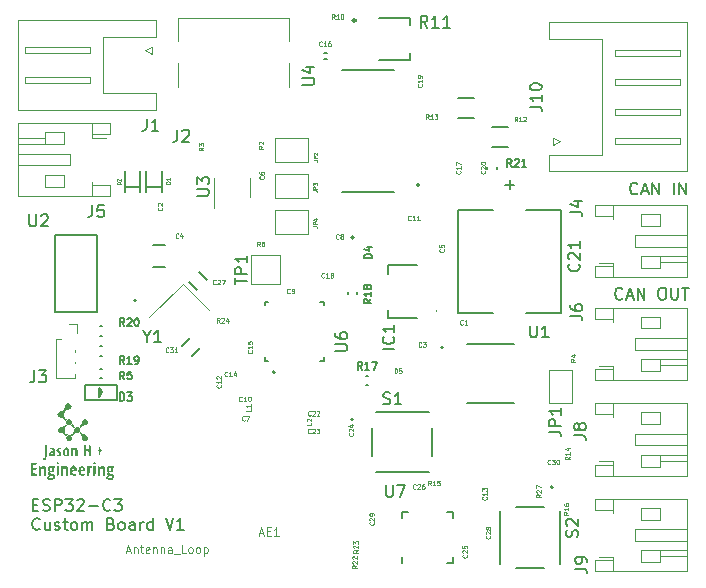
<source format=gbr>
%TF.GenerationSoftware,KiCad,Pcbnew,(6.0.7)*%
%TF.CreationDate,2023-08-26T21:57:55+08:00*%
%TF.ProjectId,ESP32_C3_motor_driver_V4,45535033-325f-4433-935f-6d6f746f725f,rev?*%
%TF.SameCoordinates,PX5ae29a0PY2d4cae0*%
%TF.FileFunction,Legend,Top*%
%TF.FilePolarity,Positive*%
%FSLAX46Y46*%
G04 Gerber Fmt 4.6, Leading zero omitted, Abs format (unit mm)*
G04 Created by KiCad (PCBNEW (6.0.7)) date 2023-08-26 21:57:55*
%MOMM*%
%LPD*%
G01*
G04 APERTURE LIST*
%ADD10C,0.150000*%
%ADD11C,0.098425*%
%ADD12C,0.080067*%
%ADD13C,0.070000*%
%ADD14C,0.127000*%
%ADD15C,0.120000*%
%ADD16C,0.200000*%
%ADD17C,0.203200*%
%ADD18C,0.152400*%
%ADD19C,0.100000*%
%ADD20C,0.240000*%
G04 APERTURE END LIST*
D10*
X51847619Y-24357142D02*
X51800000Y-24404761D01*
X51657142Y-24452380D01*
X51561904Y-24452380D01*
X51419047Y-24404761D01*
X51323809Y-24309523D01*
X51276190Y-24214285D01*
X51228571Y-24023809D01*
X51228571Y-23880952D01*
X51276190Y-23690476D01*
X51323809Y-23595238D01*
X51419047Y-23500000D01*
X51561904Y-23452380D01*
X51657142Y-23452380D01*
X51800000Y-23500000D01*
X51847619Y-23547619D01*
X52228571Y-24166666D02*
X52704761Y-24166666D01*
X52133333Y-24452380D02*
X52466666Y-23452380D01*
X52800000Y-24452380D01*
X53133333Y-24452380D02*
X53133333Y-23452380D01*
X53704761Y-24452380D01*
X53704761Y-23452380D01*
X55133333Y-23452380D02*
X55323809Y-23452380D01*
X55419047Y-23500000D01*
X55514285Y-23595238D01*
X55561904Y-23785714D01*
X55561904Y-24119047D01*
X55514285Y-24309523D01*
X55419047Y-24404761D01*
X55323809Y-24452380D01*
X55133333Y-24452380D01*
X55038095Y-24404761D01*
X54942857Y-24309523D01*
X54895238Y-24119047D01*
X54895238Y-23785714D01*
X54942857Y-23595238D01*
X55038095Y-23500000D01*
X55133333Y-23452380D01*
X55990476Y-23452380D02*
X55990476Y-24261904D01*
X56038095Y-24357142D01*
X56085714Y-24404761D01*
X56180952Y-24452380D01*
X56371428Y-24452380D01*
X56466666Y-24404761D01*
X56514285Y-24357142D01*
X56561904Y-24261904D01*
X56561904Y-23452380D01*
X56895238Y-23452380D02*
X57466666Y-23452380D01*
X57180952Y-24452380D02*
X57180952Y-23452380D01*
X1935595Y-41823571D02*
X2268928Y-41823571D01*
X2411785Y-42347380D02*
X1935595Y-42347380D01*
X1935595Y-41347380D01*
X2411785Y-41347380D01*
X2792738Y-42299761D02*
X2935595Y-42347380D01*
X3173690Y-42347380D01*
X3268928Y-42299761D01*
X3316547Y-42252142D01*
X3364166Y-42156904D01*
X3364166Y-42061666D01*
X3316547Y-41966428D01*
X3268928Y-41918809D01*
X3173690Y-41871190D01*
X2983214Y-41823571D01*
X2887976Y-41775952D01*
X2840357Y-41728333D01*
X2792738Y-41633095D01*
X2792738Y-41537857D01*
X2840357Y-41442619D01*
X2887976Y-41395000D01*
X2983214Y-41347380D01*
X3221309Y-41347380D01*
X3364166Y-41395000D01*
X3792738Y-42347380D02*
X3792738Y-41347380D01*
X4173690Y-41347380D01*
X4268928Y-41395000D01*
X4316547Y-41442619D01*
X4364166Y-41537857D01*
X4364166Y-41680714D01*
X4316547Y-41775952D01*
X4268928Y-41823571D01*
X4173690Y-41871190D01*
X3792738Y-41871190D01*
X4697500Y-41347380D02*
X5316547Y-41347380D01*
X4983214Y-41728333D01*
X5126071Y-41728333D01*
X5221309Y-41775952D01*
X5268928Y-41823571D01*
X5316547Y-41918809D01*
X5316547Y-42156904D01*
X5268928Y-42252142D01*
X5221309Y-42299761D01*
X5126071Y-42347380D01*
X4840357Y-42347380D01*
X4745119Y-42299761D01*
X4697500Y-42252142D01*
X5697500Y-41442619D02*
X5745119Y-41395000D01*
X5840357Y-41347380D01*
X6078452Y-41347380D01*
X6173690Y-41395000D01*
X6221309Y-41442619D01*
X6268928Y-41537857D01*
X6268928Y-41633095D01*
X6221309Y-41775952D01*
X5649880Y-42347380D01*
X6268928Y-42347380D01*
X6697500Y-41966428D02*
X7459404Y-41966428D01*
X8507023Y-42252142D02*
X8459404Y-42299761D01*
X8316547Y-42347380D01*
X8221309Y-42347380D01*
X8078452Y-42299761D01*
X7983214Y-42204523D01*
X7935595Y-42109285D01*
X7887976Y-41918809D01*
X7887976Y-41775952D01*
X7935595Y-41585476D01*
X7983214Y-41490238D01*
X8078452Y-41395000D01*
X8221309Y-41347380D01*
X8316547Y-41347380D01*
X8459404Y-41395000D01*
X8507023Y-41442619D01*
X8840357Y-41347380D02*
X9459404Y-41347380D01*
X9126071Y-41728333D01*
X9268928Y-41728333D01*
X9364166Y-41775952D01*
X9411785Y-41823571D01*
X9459404Y-41918809D01*
X9459404Y-42156904D01*
X9411785Y-42252142D01*
X9364166Y-42299761D01*
X9268928Y-42347380D01*
X8983214Y-42347380D01*
X8887976Y-42299761D01*
X8840357Y-42252142D01*
X2507023Y-43862142D02*
X2459404Y-43909761D01*
X2316547Y-43957380D01*
X2221309Y-43957380D01*
X2078452Y-43909761D01*
X1983214Y-43814523D01*
X1935595Y-43719285D01*
X1887976Y-43528809D01*
X1887976Y-43385952D01*
X1935595Y-43195476D01*
X1983214Y-43100238D01*
X2078452Y-43005000D01*
X2221309Y-42957380D01*
X2316547Y-42957380D01*
X2459404Y-43005000D01*
X2507023Y-43052619D01*
X3364166Y-43290714D02*
X3364166Y-43957380D01*
X2935595Y-43290714D02*
X2935595Y-43814523D01*
X2983214Y-43909761D01*
X3078452Y-43957380D01*
X3221309Y-43957380D01*
X3316547Y-43909761D01*
X3364166Y-43862142D01*
X3792738Y-43909761D02*
X3887976Y-43957380D01*
X4078452Y-43957380D01*
X4173690Y-43909761D01*
X4221309Y-43814523D01*
X4221309Y-43766904D01*
X4173690Y-43671666D01*
X4078452Y-43624047D01*
X3935595Y-43624047D01*
X3840357Y-43576428D01*
X3792738Y-43481190D01*
X3792738Y-43433571D01*
X3840357Y-43338333D01*
X3935595Y-43290714D01*
X4078452Y-43290714D01*
X4173690Y-43338333D01*
X4507023Y-43290714D02*
X4887976Y-43290714D01*
X4649880Y-42957380D02*
X4649880Y-43814523D01*
X4697500Y-43909761D01*
X4792738Y-43957380D01*
X4887976Y-43957380D01*
X5364166Y-43957380D02*
X5268928Y-43909761D01*
X5221309Y-43862142D01*
X5173690Y-43766904D01*
X5173690Y-43481190D01*
X5221309Y-43385952D01*
X5268928Y-43338333D01*
X5364166Y-43290714D01*
X5507023Y-43290714D01*
X5602261Y-43338333D01*
X5649880Y-43385952D01*
X5697500Y-43481190D01*
X5697500Y-43766904D01*
X5649880Y-43862142D01*
X5602261Y-43909761D01*
X5507023Y-43957380D01*
X5364166Y-43957380D01*
X6126071Y-43957380D02*
X6126071Y-43290714D01*
X6126071Y-43385952D02*
X6173690Y-43338333D01*
X6268928Y-43290714D01*
X6411785Y-43290714D01*
X6507023Y-43338333D01*
X6554642Y-43433571D01*
X6554642Y-43957380D01*
X6554642Y-43433571D02*
X6602261Y-43338333D01*
X6697500Y-43290714D01*
X6840357Y-43290714D01*
X6935595Y-43338333D01*
X6983214Y-43433571D01*
X6983214Y-43957380D01*
X8554642Y-43433571D02*
X8697500Y-43481190D01*
X8745119Y-43528809D01*
X8792738Y-43624047D01*
X8792738Y-43766904D01*
X8745119Y-43862142D01*
X8697500Y-43909761D01*
X8602261Y-43957380D01*
X8221309Y-43957380D01*
X8221309Y-42957380D01*
X8554642Y-42957380D01*
X8649880Y-43005000D01*
X8697500Y-43052619D01*
X8745119Y-43147857D01*
X8745119Y-43243095D01*
X8697500Y-43338333D01*
X8649880Y-43385952D01*
X8554642Y-43433571D01*
X8221309Y-43433571D01*
X9364166Y-43957380D02*
X9268928Y-43909761D01*
X9221309Y-43862142D01*
X9173690Y-43766904D01*
X9173690Y-43481190D01*
X9221309Y-43385952D01*
X9268928Y-43338333D01*
X9364166Y-43290714D01*
X9507023Y-43290714D01*
X9602261Y-43338333D01*
X9649880Y-43385952D01*
X9697500Y-43481190D01*
X9697500Y-43766904D01*
X9649880Y-43862142D01*
X9602261Y-43909761D01*
X9507023Y-43957380D01*
X9364166Y-43957380D01*
X10554642Y-43957380D02*
X10554642Y-43433571D01*
X10507023Y-43338333D01*
X10411785Y-43290714D01*
X10221309Y-43290714D01*
X10126071Y-43338333D01*
X10554642Y-43909761D02*
X10459404Y-43957380D01*
X10221309Y-43957380D01*
X10126071Y-43909761D01*
X10078452Y-43814523D01*
X10078452Y-43719285D01*
X10126071Y-43624047D01*
X10221309Y-43576428D01*
X10459404Y-43576428D01*
X10554642Y-43528809D01*
X11030833Y-43957380D02*
X11030833Y-43290714D01*
X11030833Y-43481190D02*
X11078452Y-43385952D01*
X11126071Y-43338333D01*
X11221309Y-43290714D01*
X11316547Y-43290714D01*
X12078452Y-43957380D02*
X12078452Y-42957380D01*
X12078452Y-43909761D02*
X11983214Y-43957380D01*
X11792738Y-43957380D01*
X11697500Y-43909761D01*
X11649880Y-43862142D01*
X11602261Y-43766904D01*
X11602261Y-43481190D01*
X11649880Y-43385952D01*
X11697500Y-43338333D01*
X11792738Y-43290714D01*
X11983214Y-43290714D01*
X12078452Y-43338333D01*
X13173690Y-42957380D02*
X13507023Y-43957380D01*
X13840357Y-42957380D01*
X14697500Y-43957380D02*
X14126071Y-43957380D01*
X14411785Y-43957380D02*
X14411785Y-42957380D01*
X14316547Y-43100238D01*
X14221309Y-43195476D01*
X14126071Y-43243095D01*
X53114285Y-15457142D02*
X53066666Y-15504761D01*
X52923809Y-15552380D01*
X52828571Y-15552380D01*
X52685714Y-15504761D01*
X52590476Y-15409523D01*
X52542857Y-15314285D01*
X52495238Y-15123809D01*
X52495238Y-14980952D01*
X52542857Y-14790476D01*
X52590476Y-14695238D01*
X52685714Y-14600000D01*
X52828571Y-14552380D01*
X52923809Y-14552380D01*
X53066666Y-14600000D01*
X53114285Y-14647619D01*
X53495238Y-15266666D02*
X53971428Y-15266666D01*
X53400000Y-15552380D02*
X53733333Y-14552380D01*
X54066666Y-15552380D01*
X54400000Y-15552380D02*
X54400000Y-14552380D01*
X54971428Y-15552380D01*
X54971428Y-14552380D01*
X56209523Y-15552380D02*
X56209523Y-14552380D01*
X56685714Y-15552380D02*
X56685714Y-14552380D01*
X57257142Y-15552380D01*
X57257142Y-14552380D01*
D11*
%TO.C,C16*%
X26411906Y-2955607D02*
X26393158Y-2974355D01*
X26336915Y-2993102D01*
X26299420Y-2993102D01*
X26243177Y-2974355D01*
X26205682Y-2936859D01*
X26186934Y-2899364D01*
X26168186Y-2824373D01*
X26168186Y-2768130D01*
X26186934Y-2693140D01*
X26205682Y-2655644D01*
X26243177Y-2618149D01*
X26299420Y-2599401D01*
X26336915Y-2599401D01*
X26393158Y-2618149D01*
X26411906Y-2636897D01*
X26786859Y-2993102D02*
X26561887Y-2993102D01*
X26674373Y-2993102D02*
X26674373Y-2599401D01*
X26636878Y-2655644D01*
X26599383Y-2693140D01*
X26561887Y-2711887D01*
X27124317Y-2599401D02*
X27049327Y-2599401D01*
X27011831Y-2618149D01*
X26993084Y-2636897D01*
X26955588Y-2693140D01*
X26936841Y-2768130D01*
X26936841Y-2918112D01*
X26955588Y-2955607D01*
X26974336Y-2974355D01*
X27011831Y-2993102D01*
X27086822Y-2993102D01*
X27124317Y-2974355D01*
X27143065Y-2955607D01*
X27161813Y-2918112D01*
X27161813Y-2824373D01*
X27143065Y-2786878D01*
X27124317Y-2768130D01*
X27086822Y-2749383D01*
X27011831Y-2749383D01*
X26974336Y-2768130D01*
X26955588Y-2786878D01*
X26936841Y-2824373D01*
%TO.C,C27*%
X17421436Y-23115137D02*
X17402688Y-23133885D01*
X17346445Y-23152632D01*
X17308950Y-23152632D01*
X17252707Y-23133885D01*
X17215212Y-23096389D01*
X17196464Y-23058894D01*
X17177716Y-22983903D01*
X17177716Y-22927660D01*
X17196464Y-22852670D01*
X17215212Y-22815174D01*
X17252707Y-22777679D01*
X17308950Y-22758931D01*
X17346445Y-22758931D01*
X17402688Y-22777679D01*
X17421436Y-22796427D01*
X17571417Y-22796427D02*
X17590165Y-22777679D01*
X17627660Y-22758931D01*
X17721399Y-22758931D01*
X17758894Y-22777679D01*
X17777642Y-22796427D01*
X17796389Y-22833922D01*
X17796389Y-22871417D01*
X17777642Y-22927660D01*
X17552670Y-23152632D01*
X17796389Y-23152632D01*
X17927623Y-22758931D02*
X18190090Y-22758931D01*
X18021361Y-23152632D01*
D10*
%TO.C,Y1*%
X11593809Y-27586190D02*
X11593809Y-28062380D01*
X11260476Y-27062380D02*
X11593809Y-27586190D01*
X11927142Y-27062380D01*
X12784285Y-28062380D02*
X12212857Y-28062380D01*
X12498571Y-28062380D02*
X12498571Y-27062380D01*
X12403333Y-27205238D01*
X12308095Y-27300476D01*
X12212857Y-27348095D01*
%TO.C,U6*%
X27552380Y-28791904D02*
X28361904Y-28791904D01*
X28457142Y-28744285D01*
X28504761Y-28696666D01*
X28552380Y-28601428D01*
X28552380Y-28410952D01*
X28504761Y-28315714D01*
X28457142Y-28268095D01*
X28361904Y-28220476D01*
X27552380Y-28220476D01*
X27552380Y-27315714D02*
X27552380Y-27506190D01*
X27600000Y-27601428D01*
X27647619Y-27649047D01*
X27790476Y-27744285D01*
X27980952Y-27791904D01*
X28361904Y-27791904D01*
X28457142Y-27744285D01*
X28504761Y-27696666D01*
X28552380Y-27601428D01*
X28552380Y-27410952D01*
X28504761Y-27315714D01*
X28457142Y-27268095D01*
X28361904Y-27220476D01*
X28123809Y-27220476D01*
X28028571Y-27268095D01*
X27980952Y-27315714D01*
X27933333Y-27410952D01*
X27933333Y-27601428D01*
X27980952Y-27696666D01*
X28028571Y-27744285D01*
X28123809Y-27791904D01*
%TO.C,TP1*%
X19074380Y-23171904D02*
X19074380Y-22600476D01*
X20074380Y-22886190D02*
X19074380Y-22886190D01*
X20074380Y-22267142D02*
X19074380Y-22267142D01*
X19074380Y-21886190D01*
X19122000Y-21790952D01*
X19169619Y-21743333D01*
X19264857Y-21695714D01*
X19407714Y-21695714D01*
X19502952Y-21743333D01*
X19550571Y-21790952D01*
X19598190Y-21886190D01*
X19598190Y-22267142D01*
X20074380Y-20743333D02*
X20074380Y-21314761D01*
X20074380Y-21029047D02*
X19074380Y-21029047D01*
X19217238Y-21124285D01*
X19312476Y-21219523D01*
X19360095Y-21314761D01*
D12*
%TO.C,JP2*%
X25699615Y-12656890D02*
X25928378Y-12656890D01*
X25974130Y-12672140D01*
X26004632Y-12702642D01*
X26019883Y-12748395D01*
X26019883Y-12778896D01*
X26019883Y-12504381D02*
X25699615Y-12504381D01*
X25699615Y-12382374D01*
X25714866Y-12351872D01*
X25730116Y-12336622D01*
X25760618Y-12321371D01*
X25806371Y-12321371D01*
X25836872Y-12336622D01*
X25852123Y-12351872D01*
X25867374Y-12382374D01*
X25867374Y-12504381D01*
X25730116Y-12199364D02*
X25714866Y-12184113D01*
X25699615Y-12153611D01*
X25699615Y-12077357D01*
X25714866Y-12046855D01*
X25730116Y-12031604D01*
X25760618Y-12016354D01*
X25791120Y-12016354D01*
X25836872Y-12031604D01*
X26019883Y-12214615D01*
X26019883Y-12016354D01*
%TO.C,D2*%
X9364883Y-14706388D02*
X9044615Y-14706388D01*
X9044615Y-14630134D01*
X9059866Y-14584381D01*
X9090367Y-14553879D01*
X9120869Y-14538628D01*
X9181872Y-14523378D01*
X9227625Y-14523378D01*
X9288628Y-14538628D01*
X9319130Y-14553879D01*
X9349632Y-14584381D01*
X9364883Y-14630134D01*
X9364883Y-14706388D01*
X9075116Y-14401371D02*
X9059866Y-14386120D01*
X9044615Y-14355618D01*
X9044615Y-14279364D01*
X9059866Y-14248862D01*
X9075116Y-14233611D01*
X9105618Y-14218360D01*
X9136120Y-14218360D01*
X9181872Y-14233611D01*
X9364883Y-14416622D01*
X9364883Y-14218360D01*
D11*
%TO.C,R16*%
X47280102Y-42451093D02*
X47092626Y-42582327D01*
X47280102Y-42676065D02*
X46886401Y-42676065D01*
X46886401Y-42526084D01*
X46905149Y-42488588D01*
X46923897Y-42469841D01*
X46961392Y-42451093D01*
X47017635Y-42451093D01*
X47055130Y-42469841D01*
X47073878Y-42488588D01*
X47092626Y-42526084D01*
X47092626Y-42676065D01*
X47280102Y-42076140D02*
X47280102Y-42301112D01*
X47280102Y-42188626D02*
X46886401Y-42188626D01*
X46942644Y-42226121D01*
X46980140Y-42263616D01*
X46998887Y-42301112D01*
X46886401Y-41738682D02*
X46886401Y-41813672D01*
X46905149Y-41851168D01*
X46923897Y-41869915D01*
X46980140Y-41907411D01*
X47055130Y-41926158D01*
X47205112Y-41926158D01*
X47242607Y-41907411D01*
X47261355Y-41888663D01*
X47280102Y-41851168D01*
X47280102Y-41776177D01*
X47261355Y-41738682D01*
X47242607Y-41719934D01*
X47205112Y-41701186D01*
X47111373Y-41701186D01*
X47073878Y-41719934D01*
X47055130Y-41738682D01*
X47036383Y-41776177D01*
X47036383Y-41851168D01*
X47055130Y-41888663D01*
X47073878Y-41907411D01*
X47111373Y-41926158D01*
%TO.C,C30*%
X45746906Y-38360607D02*
X45728158Y-38379355D01*
X45671915Y-38398102D01*
X45634420Y-38398102D01*
X45578177Y-38379355D01*
X45540682Y-38341859D01*
X45521934Y-38304364D01*
X45503186Y-38229373D01*
X45503186Y-38173130D01*
X45521934Y-38098140D01*
X45540682Y-38060644D01*
X45578177Y-38023149D01*
X45634420Y-38004401D01*
X45671915Y-38004401D01*
X45728158Y-38023149D01*
X45746906Y-38041897D01*
X45878140Y-38004401D02*
X46121859Y-38004401D01*
X45990626Y-38154383D01*
X46046869Y-38154383D01*
X46084364Y-38173130D01*
X46103112Y-38191878D01*
X46121859Y-38229373D01*
X46121859Y-38323112D01*
X46103112Y-38360607D01*
X46084364Y-38379355D01*
X46046869Y-38398102D01*
X45934383Y-38398102D01*
X45896887Y-38379355D01*
X45878140Y-38360607D01*
X46365579Y-38004401D02*
X46403074Y-38004401D01*
X46440570Y-38023149D01*
X46459317Y-38041897D01*
X46478065Y-38079392D01*
X46496813Y-38154383D01*
X46496813Y-38248121D01*
X46478065Y-38323112D01*
X46459317Y-38360607D01*
X46440570Y-38379355D01*
X46403074Y-38398102D01*
X46365579Y-38398102D01*
X46328084Y-38379355D01*
X46309336Y-38360607D01*
X46290588Y-38323112D01*
X46271841Y-38248121D01*
X46271841Y-38154383D01*
X46290588Y-38079392D01*
X46309336Y-38041897D01*
X46328084Y-38023149D01*
X46365579Y-38004401D01*
%TO.C,C10*%
X19636906Y-33020607D02*
X19618158Y-33039355D01*
X19561915Y-33058102D01*
X19524420Y-33058102D01*
X19468177Y-33039355D01*
X19430682Y-33001859D01*
X19411934Y-32964364D01*
X19393186Y-32889373D01*
X19393186Y-32833130D01*
X19411934Y-32758140D01*
X19430682Y-32720644D01*
X19468177Y-32683149D01*
X19524420Y-32664401D01*
X19561915Y-32664401D01*
X19618158Y-32683149D01*
X19636906Y-32701897D01*
X20011859Y-33058102D02*
X19786887Y-33058102D01*
X19899373Y-33058102D02*
X19899373Y-32664401D01*
X19861878Y-32720644D01*
X19824383Y-32758140D01*
X19786887Y-32776887D01*
X20255579Y-32664401D02*
X20293074Y-32664401D01*
X20330570Y-32683149D01*
X20349317Y-32701897D01*
X20368065Y-32739392D01*
X20386813Y-32814383D01*
X20386813Y-32908121D01*
X20368065Y-32983112D01*
X20349317Y-33020607D01*
X20330570Y-33039355D01*
X20293074Y-33058102D01*
X20255579Y-33058102D01*
X20218084Y-33039355D01*
X20199336Y-33020607D01*
X20180588Y-32983112D01*
X20161841Y-32908121D01*
X20161841Y-32814383D01*
X20180588Y-32739392D01*
X20199336Y-32701897D01*
X20218084Y-32683149D01*
X20255579Y-32664401D01*
%TO.C,C12*%
X17840607Y-31673093D02*
X17859355Y-31691841D01*
X17878102Y-31748084D01*
X17878102Y-31785579D01*
X17859355Y-31841822D01*
X17821859Y-31879317D01*
X17784364Y-31898065D01*
X17709373Y-31916813D01*
X17653130Y-31916813D01*
X17578140Y-31898065D01*
X17540644Y-31879317D01*
X17503149Y-31841822D01*
X17484401Y-31785579D01*
X17484401Y-31748084D01*
X17503149Y-31691841D01*
X17521897Y-31673093D01*
X17878102Y-31298140D02*
X17878102Y-31523112D01*
X17878102Y-31410626D02*
X17484401Y-31410626D01*
X17540644Y-31448121D01*
X17578140Y-31485616D01*
X17596887Y-31523112D01*
X17521897Y-31148158D02*
X17503149Y-31129411D01*
X17484401Y-31091915D01*
X17484401Y-30998177D01*
X17503149Y-30960682D01*
X17521897Y-30941934D01*
X17559392Y-30923186D01*
X17596887Y-30923186D01*
X17653130Y-30941934D01*
X17878102Y-31166906D01*
X17878102Y-30923186D01*
D10*
%TO.C,C21*%
X48157142Y-21442857D02*
X48204761Y-21490476D01*
X48252380Y-21633333D01*
X48252380Y-21728571D01*
X48204761Y-21871428D01*
X48109523Y-21966666D01*
X48014285Y-22014285D01*
X47823809Y-22061904D01*
X47680952Y-22061904D01*
X47490476Y-22014285D01*
X47395238Y-21966666D01*
X47300000Y-21871428D01*
X47252380Y-21728571D01*
X47252380Y-21633333D01*
X47300000Y-21490476D01*
X47347619Y-21442857D01*
X47347619Y-21061904D02*
X47300000Y-21014285D01*
X47252380Y-20919047D01*
X47252380Y-20680952D01*
X47300000Y-20585714D01*
X47347619Y-20538095D01*
X47442857Y-20490476D01*
X47538095Y-20490476D01*
X47680952Y-20538095D01*
X48252380Y-21109523D01*
X48252380Y-20490476D01*
X48252380Y-19538095D02*
X48252380Y-20109523D01*
X48252380Y-19823809D02*
X47252380Y-19823809D01*
X47395238Y-19919047D01*
X47490476Y-20014285D01*
X47538095Y-20109523D01*
%TO.C,J10*%
X44002380Y-8109523D02*
X44716666Y-8109523D01*
X44859523Y-8157142D01*
X44954761Y-8252380D01*
X45002380Y-8395238D01*
X45002380Y-8490476D01*
X45002380Y-7109523D02*
X45002380Y-7680952D01*
X45002380Y-7395238D02*
X44002380Y-7395238D01*
X44145238Y-7490476D01*
X44240476Y-7585714D01*
X44288095Y-7680952D01*
X44002380Y-6490476D02*
X44002380Y-6395238D01*
X44050000Y-6300000D01*
X44097619Y-6252380D01*
X44192857Y-6204761D01*
X44383333Y-6157142D01*
X44621428Y-6157142D01*
X44811904Y-6204761D01*
X44907142Y-6252380D01*
X44954761Y-6300000D01*
X45002380Y-6395238D01*
X45002380Y-6490476D01*
X44954761Y-6585714D01*
X44907142Y-6633333D01*
X44811904Y-6680952D01*
X44621428Y-6728571D01*
X44383333Y-6728571D01*
X44192857Y-6680952D01*
X44097619Y-6633333D01*
X44050000Y-6585714D01*
X44002380Y-6490476D01*
%TO.C,S2*%
X48039761Y-44536904D02*
X48087380Y-44394047D01*
X48087380Y-44155952D01*
X48039761Y-44060714D01*
X47992142Y-44013095D01*
X47896904Y-43965476D01*
X47801666Y-43965476D01*
X47706428Y-44013095D01*
X47658809Y-44060714D01*
X47611190Y-44155952D01*
X47563571Y-44346428D01*
X47515952Y-44441666D01*
X47468333Y-44489285D01*
X47373095Y-44536904D01*
X47277857Y-44536904D01*
X47182619Y-44489285D01*
X47135000Y-44441666D01*
X47087380Y-44346428D01*
X47087380Y-44108333D01*
X47135000Y-43965476D01*
X47182619Y-43584523D02*
X47135000Y-43536904D01*
X47087380Y-43441666D01*
X47087380Y-43203571D01*
X47135000Y-43108333D01*
X47182619Y-43060714D01*
X47277857Y-43013095D01*
X47373095Y-43013095D01*
X47515952Y-43060714D01*
X48087380Y-43632142D01*
X48087380Y-43013095D01*
%TO.C,D3*%
X9283252Y-33016715D02*
X9283252Y-32316606D01*
X9449945Y-32316606D01*
X9549961Y-32349945D01*
X9616638Y-32416622D01*
X9649976Y-32483299D01*
X9683315Y-32616653D01*
X9683315Y-32716669D01*
X9649976Y-32850023D01*
X9616638Y-32916700D01*
X9549961Y-32983377D01*
X9449945Y-33016715D01*
X9283252Y-33016715D01*
X9916684Y-32316606D02*
X10350085Y-32316606D01*
X10116715Y-32583315D01*
X10216731Y-32583315D01*
X10283408Y-32616653D01*
X10316747Y-32649992D01*
X10350085Y-32716669D01*
X10350085Y-32883361D01*
X10316747Y-32950038D01*
X10283408Y-32983377D01*
X10216731Y-33016715D01*
X10016700Y-33016715D01*
X9950023Y-32983377D01*
X9916684Y-32950038D01*
%TO.C,S1*%
X31613095Y-33269761D02*
X31755952Y-33317380D01*
X31994047Y-33317380D01*
X32089285Y-33269761D01*
X32136904Y-33222142D01*
X32184523Y-33126904D01*
X32184523Y-33031666D01*
X32136904Y-32936428D01*
X32089285Y-32888809D01*
X31994047Y-32841190D01*
X31803571Y-32793571D01*
X31708333Y-32745952D01*
X31660714Y-32698333D01*
X31613095Y-32603095D01*
X31613095Y-32507857D01*
X31660714Y-32412619D01*
X31708333Y-32365000D01*
X31803571Y-32317380D01*
X32041666Y-32317380D01*
X32184523Y-32365000D01*
X33136904Y-33317380D02*
X32565476Y-33317380D01*
X32851190Y-33317380D02*
X32851190Y-32317380D01*
X32755952Y-32460238D01*
X32660714Y-32555476D01*
X32565476Y-32603095D01*
D11*
%TO.C,R23*%
X29478102Y-45653093D02*
X29290626Y-45784327D01*
X29478102Y-45878065D02*
X29084401Y-45878065D01*
X29084401Y-45728084D01*
X29103149Y-45690588D01*
X29121897Y-45671841D01*
X29159392Y-45653093D01*
X29215635Y-45653093D01*
X29253130Y-45671841D01*
X29271878Y-45690588D01*
X29290626Y-45728084D01*
X29290626Y-45878065D01*
X29121897Y-45503112D02*
X29103149Y-45484364D01*
X29084401Y-45446869D01*
X29084401Y-45353130D01*
X29103149Y-45315635D01*
X29121897Y-45296887D01*
X29159392Y-45278140D01*
X29196887Y-45278140D01*
X29253130Y-45296887D01*
X29478102Y-45521859D01*
X29478102Y-45278140D01*
X29084401Y-45146906D02*
X29084401Y-44903186D01*
X29234383Y-45034420D01*
X29234383Y-44978177D01*
X29253130Y-44940682D01*
X29271878Y-44921934D01*
X29309373Y-44903186D01*
X29403112Y-44903186D01*
X29440607Y-44921934D01*
X29459355Y-44940682D01*
X29478102Y-44978177D01*
X29478102Y-45090663D01*
X29459355Y-45128158D01*
X29440607Y-45146906D01*
%TO.C,C6*%
X21472607Y-14023616D02*
X21491355Y-14042364D01*
X21510102Y-14098607D01*
X21510102Y-14136102D01*
X21491355Y-14192345D01*
X21453859Y-14229841D01*
X21416364Y-14248588D01*
X21341373Y-14267336D01*
X21285130Y-14267336D01*
X21210140Y-14248588D01*
X21172644Y-14229841D01*
X21135149Y-14192345D01*
X21116401Y-14136102D01*
X21116401Y-14098607D01*
X21135149Y-14042364D01*
X21153897Y-14023616D01*
X21116401Y-13686158D02*
X21116401Y-13761149D01*
X21135149Y-13798644D01*
X21153897Y-13817392D01*
X21210140Y-13854887D01*
X21285130Y-13873635D01*
X21435112Y-13873635D01*
X21472607Y-13854887D01*
X21491355Y-13836140D01*
X21510102Y-13798644D01*
X21510102Y-13723654D01*
X21491355Y-13686158D01*
X21472607Y-13667411D01*
X21435112Y-13648663D01*
X21341373Y-13648663D01*
X21303878Y-13667411D01*
X21285130Y-13686158D01*
X21266383Y-13723654D01*
X21266383Y-13798644D01*
X21285130Y-13836140D01*
X21303878Y-13854887D01*
X21341373Y-13873635D01*
D10*
%TO.C,J5*%
X6966666Y-16452380D02*
X6966666Y-17166666D01*
X6919047Y-17309523D01*
X6823809Y-17404761D01*
X6680952Y-17452380D01*
X6585714Y-17452380D01*
X7919047Y-16452380D02*
X7442857Y-16452380D01*
X7395238Y-16928571D01*
X7442857Y-16880952D01*
X7538095Y-16833333D01*
X7776190Y-16833333D01*
X7871428Y-16880952D01*
X7919047Y-16928571D01*
X7966666Y-17023809D01*
X7966666Y-17261904D01*
X7919047Y-17357142D01*
X7871428Y-17404761D01*
X7776190Y-17452380D01*
X7538095Y-17452380D01*
X7442857Y-17404761D01*
X7395238Y-17357142D01*
%TO.C,R18*%
X30589523Y-24411428D02*
X30284761Y-24624761D01*
X30589523Y-24777142D02*
X29949523Y-24777142D01*
X29949523Y-24533333D01*
X29980000Y-24472380D01*
X30010476Y-24441904D01*
X30071428Y-24411428D01*
X30162857Y-24411428D01*
X30223809Y-24441904D01*
X30254285Y-24472380D01*
X30284761Y-24533333D01*
X30284761Y-24777142D01*
X30589523Y-23801904D02*
X30589523Y-24167619D01*
X30589523Y-23984761D02*
X29949523Y-23984761D01*
X30040952Y-24045714D01*
X30101904Y-24106666D01*
X30132380Y-24167619D01*
X30223809Y-23436190D02*
X30193333Y-23497142D01*
X30162857Y-23527619D01*
X30101904Y-23558095D01*
X30071428Y-23558095D01*
X30010476Y-23527619D01*
X29980000Y-23497142D01*
X29949523Y-23436190D01*
X29949523Y-23314285D01*
X29980000Y-23253333D01*
X30010476Y-23222857D01*
X30071428Y-23192380D01*
X30101904Y-23192380D01*
X30162857Y-23222857D01*
X30193333Y-23253333D01*
X30223809Y-23314285D01*
X30223809Y-23436190D01*
X30254285Y-23497142D01*
X30284761Y-23527619D01*
X30345714Y-23558095D01*
X30467619Y-23558095D01*
X30528571Y-23527619D01*
X30559047Y-23497142D01*
X30589523Y-23436190D01*
X30589523Y-23314285D01*
X30559047Y-23253333D01*
X30528571Y-23222857D01*
X30467619Y-23192380D01*
X30345714Y-23192380D01*
X30284761Y-23222857D01*
X30254285Y-23253333D01*
X30223809Y-23314285D01*
%TO.C,J4*%
X47452380Y-17033333D02*
X48166666Y-17033333D01*
X48309523Y-17080952D01*
X48404761Y-17176190D01*
X48452380Y-17319047D01*
X48452380Y-17414285D01*
X47785714Y-16128571D02*
X48452380Y-16128571D01*
X47404761Y-16366666D02*
X48119047Y-16604761D01*
X48119047Y-15985714D01*
D11*
%TO.C,R22*%
X29378102Y-46953093D02*
X29190626Y-47084327D01*
X29378102Y-47178065D02*
X28984401Y-47178065D01*
X28984401Y-47028084D01*
X29003149Y-46990588D01*
X29021897Y-46971841D01*
X29059392Y-46953093D01*
X29115635Y-46953093D01*
X29153130Y-46971841D01*
X29171878Y-46990588D01*
X29190626Y-47028084D01*
X29190626Y-47178065D01*
X29021897Y-46803112D02*
X29003149Y-46784364D01*
X28984401Y-46746869D01*
X28984401Y-46653130D01*
X29003149Y-46615635D01*
X29021897Y-46596887D01*
X29059392Y-46578140D01*
X29096887Y-46578140D01*
X29153130Y-46596887D01*
X29378102Y-46821859D01*
X29378102Y-46578140D01*
X29021897Y-46428158D02*
X29003149Y-46409411D01*
X28984401Y-46371915D01*
X28984401Y-46278177D01*
X29003149Y-46240682D01*
X29021897Y-46221934D01*
X29059392Y-46203186D01*
X29096887Y-46203186D01*
X29153130Y-46221934D01*
X29378102Y-46446906D01*
X29378102Y-46203186D01*
%TO.C,C7*%
X19884383Y-34670607D02*
X19865635Y-34689355D01*
X19809392Y-34708102D01*
X19771897Y-34708102D01*
X19715654Y-34689355D01*
X19678158Y-34651859D01*
X19659411Y-34614364D01*
X19640663Y-34539373D01*
X19640663Y-34483130D01*
X19659411Y-34408140D01*
X19678158Y-34370644D01*
X19715654Y-34333149D01*
X19771897Y-34314401D01*
X19809392Y-34314401D01*
X19865635Y-34333149D01*
X19884383Y-34351897D01*
X20015616Y-34314401D02*
X20278084Y-34314401D01*
X20109355Y-34708102D01*
D10*
%TO.C,U4*%
X24752380Y-6261904D02*
X25561904Y-6261904D01*
X25657142Y-6214285D01*
X25704761Y-6166666D01*
X25752380Y-6071428D01*
X25752380Y-5880952D01*
X25704761Y-5785714D01*
X25657142Y-5738095D01*
X25561904Y-5690476D01*
X24752380Y-5690476D01*
X25085714Y-4785714D02*
X25752380Y-4785714D01*
X24704761Y-5023809D02*
X25419047Y-5261904D01*
X25419047Y-4642857D01*
D11*
%TO.C,C3*%
X34834383Y-28420607D02*
X34815635Y-28439355D01*
X34759392Y-28458102D01*
X34721897Y-28458102D01*
X34665654Y-28439355D01*
X34628158Y-28401859D01*
X34609411Y-28364364D01*
X34590663Y-28289373D01*
X34590663Y-28233130D01*
X34609411Y-28158140D01*
X34628158Y-28120644D01*
X34665654Y-28083149D01*
X34721897Y-28064401D01*
X34759392Y-28064401D01*
X34815635Y-28083149D01*
X34834383Y-28101897D01*
X34965616Y-28064401D02*
X35209336Y-28064401D01*
X35078102Y-28214383D01*
X35134345Y-28214383D01*
X35171841Y-28233130D01*
X35190588Y-28251878D01*
X35209336Y-28289373D01*
X35209336Y-28383112D01*
X35190588Y-28420607D01*
X35171841Y-28439355D01*
X35134345Y-28458102D01*
X35021859Y-28458102D01*
X34984364Y-28439355D01*
X34965616Y-28420607D01*
%TO.C,C28*%
X40640607Y-44453093D02*
X40659355Y-44471841D01*
X40678102Y-44528084D01*
X40678102Y-44565579D01*
X40659355Y-44621822D01*
X40621859Y-44659317D01*
X40584364Y-44678065D01*
X40509373Y-44696813D01*
X40453130Y-44696813D01*
X40378140Y-44678065D01*
X40340644Y-44659317D01*
X40303149Y-44621822D01*
X40284401Y-44565579D01*
X40284401Y-44528084D01*
X40303149Y-44471841D01*
X40321897Y-44453093D01*
X40321897Y-44303112D02*
X40303149Y-44284364D01*
X40284401Y-44246869D01*
X40284401Y-44153130D01*
X40303149Y-44115635D01*
X40321897Y-44096887D01*
X40359392Y-44078140D01*
X40396887Y-44078140D01*
X40453130Y-44096887D01*
X40678102Y-44321859D01*
X40678102Y-44078140D01*
X40453130Y-43853168D02*
X40434383Y-43890663D01*
X40415635Y-43909411D01*
X40378140Y-43928158D01*
X40359392Y-43928158D01*
X40321897Y-43909411D01*
X40303149Y-43890663D01*
X40284401Y-43853168D01*
X40284401Y-43778177D01*
X40303149Y-43740682D01*
X40321897Y-43721934D01*
X40359392Y-43703186D01*
X40378140Y-43703186D01*
X40415635Y-43721934D01*
X40434383Y-43740682D01*
X40453130Y-43778177D01*
X40453130Y-43853168D01*
X40471878Y-43890663D01*
X40490626Y-43909411D01*
X40528121Y-43928158D01*
X40603112Y-43928158D01*
X40640607Y-43909411D01*
X40659355Y-43890663D01*
X40678102Y-43853168D01*
X40678102Y-43778177D01*
X40659355Y-43740682D01*
X40640607Y-43721934D01*
X40603112Y-43703186D01*
X40528121Y-43703186D01*
X40490626Y-43721934D01*
X40471878Y-43740682D01*
X40453130Y-43778177D01*
D10*
%TO.C,J6*%
X47452380Y-25833333D02*
X48166666Y-25833333D01*
X48309523Y-25880952D01*
X48404761Y-25976190D01*
X48452380Y-26119047D01*
X48452380Y-26214285D01*
X47452380Y-24928571D02*
X47452380Y-25119047D01*
X47500000Y-25214285D01*
X47547619Y-25261904D01*
X47690476Y-25357142D01*
X47880952Y-25404761D01*
X48261904Y-25404761D01*
X48357142Y-25357142D01*
X48404761Y-25309523D01*
X48452380Y-25214285D01*
X48452380Y-25023809D01*
X48404761Y-24928571D01*
X48357142Y-24880952D01*
X48261904Y-24833333D01*
X48023809Y-24833333D01*
X47928571Y-24880952D01*
X47880952Y-24928571D01*
X47833333Y-25023809D01*
X47833333Y-25214285D01*
X47880952Y-25309523D01*
X47928571Y-25357142D01*
X48023809Y-25404761D01*
D11*
%TO.C,C5*%
X36720607Y-20195616D02*
X36739355Y-20214364D01*
X36758102Y-20270607D01*
X36758102Y-20308102D01*
X36739355Y-20364345D01*
X36701859Y-20401841D01*
X36664364Y-20420588D01*
X36589373Y-20439336D01*
X36533130Y-20439336D01*
X36458140Y-20420588D01*
X36420644Y-20401841D01*
X36383149Y-20364345D01*
X36364401Y-20308102D01*
X36364401Y-20270607D01*
X36383149Y-20214364D01*
X36401897Y-20195616D01*
X36364401Y-19839411D02*
X36364401Y-20026887D01*
X36551878Y-20045635D01*
X36533130Y-20026887D01*
X36514383Y-19989392D01*
X36514383Y-19895654D01*
X36533130Y-19858158D01*
X36551878Y-19839411D01*
X36589373Y-19820663D01*
X36683112Y-19820663D01*
X36720607Y-19839411D01*
X36739355Y-19858158D01*
X36758102Y-19895654D01*
X36758102Y-19989392D01*
X36739355Y-20026887D01*
X36720607Y-20045635D01*
D10*
%TO.C,U3*%
X15852380Y-15661904D02*
X16661904Y-15661904D01*
X16757142Y-15614285D01*
X16804761Y-15566666D01*
X16852380Y-15471428D01*
X16852380Y-15280952D01*
X16804761Y-15185714D01*
X16757142Y-15138095D01*
X16661904Y-15090476D01*
X15852380Y-15090476D01*
X15852380Y-14709523D02*
X15852380Y-14090476D01*
X16233333Y-14423809D01*
X16233333Y-14280952D01*
X16280952Y-14185714D01*
X16328571Y-14138095D01*
X16423809Y-14090476D01*
X16661904Y-14090476D01*
X16757142Y-14138095D01*
X16804761Y-14185714D01*
X16852380Y-14280952D01*
X16852380Y-14566666D01*
X16804761Y-14661904D01*
X16757142Y-14709523D01*
D11*
%TO.C,C24*%
X29030607Y-35753093D02*
X29049355Y-35771841D01*
X29068102Y-35828084D01*
X29068102Y-35865579D01*
X29049355Y-35921822D01*
X29011859Y-35959317D01*
X28974364Y-35978065D01*
X28899373Y-35996813D01*
X28843130Y-35996813D01*
X28768140Y-35978065D01*
X28730644Y-35959317D01*
X28693149Y-35921822D01*
X28674401Y-35865579D01*
X28674401Y-35828084D01*
X28693149Y-35771841D01*
X28711897Y-35753093D01*
X28711897Y-35603112D02*
X28693149Y-35584364D01*
X28674401Y-35546869D01*
X28674401Y-35453130D01*
X28693149Y-35415635D01*
X28711897Y-35396887D01*
X28749392Y-35378140D01*
X28786887Y-35378140D01*
X28843130Y-35396887D01*
X29068102Y-35621859D01*
X29068102Y-35378140D01*
X28805635Y-35040682D02*
X29068102Y-35040682D01*
X28655654Y-35134420D02*
X28936869Y-35228158D01*
X28936869Y-34984439D01*
%TO.C,C22*%
X25446906Y-34240607D02*
X25428158Y-34259355D01*
X25371915Y-34278102D01*
X25334420Y-34278102D01*
X25278177Y-34259355D01*
X25240682Y-34221859D01*
X25221934Y-34184364D01*
X25203186Y-34109373D01*
X25203186Y-34053130D01*
X25221934Y-33978140D01*
X25240682Y-33940644D01*
X25278177Y-33903149D01*
X25334420Y-33884401D01*
X25371915Y-33884401D01*
X25428158Y-33903149D01*
X25446906Y-33921897D01*
X25596887Y-33921897D02*
X25615635Y-33903149D01*
X25653130Y-33884401D01*
X25746869Y-33884401D01*
X25784364Y-33903149D01*
X25803112Y-33921897D01*
X25821859Y-33959392D01*
X25821859Y-33996887D01*
X25803112Y-34053130D01*
X25578140Y-34278102D01*
X25821859Y-34278102D01*
X25971841Y-33921897D02*
X25990588Y-33903149D01*
X26028084Y-33884401D01*
X26121822Y-33884401D01*
X26159317Y-33903149D01*
X26178065Y-33921897D01*
X26196813Y-33959392D01*
X26196813Y-33996887D01*
X26178065Y-34053130D01*
X25953093Y-34278102D01*
X26196813Y-34278102D01*
%TO.C,R2*%
X21458102Y-11453116D02*
X21270626Y-11584350D01*
X21458102Y-11678088D02*
X21064401Y-11678088D01*
X21064401Y-11528107D01*
X21083149Y-11490612D01*
X21101897Y-11471864D01*
X21139392Y-11453116D01*
X21195635Y-11453116D01*
X21233130Y-11471864D01*
X21251878Y-11490612D01*
X21270626Y-11528107D01*
X21270626Y-11678088D01*
X21101897Y-11303135D02*
X21083149Y-11284387D01*
X21064401Y-11246892D01*
X21064401Y-11153154D01*
X21083149Y-11115658D01*
X21101897Y-11096911D01*
X21139392Y-11078163D01*
X21176887Y-11078163D01*
X21233130Y-11096911D01*
X21458102Y-11321883D01*
X21458102Y-11078163D01*
%TO.C,R3*%
X16378102Y-11603116D02*
X16190626Y-11734350D01*
X16378102Y-11828088D02*
X15984401Y-11828088D01*
X15984401Y-11678107D01*
X16003149Y-11640612D01*
X16021897Y-11621864D01*
X16059392Y-11603116D01*
X16115635Y-11603116D01*
X16153130Y-11621864D01*
X16171878Y-11640612D01*
X16190626Y-11678107D01*
X16190626Y-11828088D01*
X15984401Y-11471883D02*
X15984401Y-11228163D01*
X16134383Y-11359397D01*
X16134383Y-11303154D01*
X16153130Y-11265658D01*
X16171878Y-11246911D01*
X16209373Y-11228163D01*
X16303112Y-11228163D01*
X16340607Y-11246911D01*
X16359355Y-11265658D01*
X16378102Y-11303154D01*
X16378102Y-11415640D01*
X16359355Y-11453135D01*
X16340607Y-11471883D01*
%TO.C,R15*%
X35646906Y-40178102D02*
X35515672Y-39990626D01*
X35421934Y-40178102D02*
X35421934Y-39784401D01*
X35571915Y-39784401D01*
X35609411Y-39803149D01*
X35628158Y-39821897D01*
X35646906Y-39859392D01*
X35646906Y-39915635D01*
X35628158Y-39953130D01*
X35609411Y-39971878D01*
X35571915Y-39990626D01*
X35421934Y-39990626D01*
X36021859Y-40178102D02*
X35796887Y-40178102D01*
X35909373Y-40178102D02*
X35909373Y-39784401D01*
X35871878Y-39840644D01*
X35834383Y-39878140D01*
X35796887Y-39896887D01*
X36378065Y-39784401D02*
X36190588Y-39784401D01*
X36171841Y-39971878D01*
X36190588Y-39953130D01*
X36228084Y-39934383D01*
X36321822Y-39934383D01*
X36359317Y-39953130D01*
X36378065Y-39971878D01*
X36396813Y-40009373D01*
X36396813Y-40103112D01*
X36378065Y-40140607D01*
X36359317Y-40159355D01*
X36321822Y-40178102D01*
X36228084Y-40178102D01*
X36190588Y-40159355D01*
X36171841Y-40140607D01*
D10*
%TO.C,U1*%
X44038095Y-26652380D02*
X44038095Y-27461904D01*
X44085714Y-27557142D01*
X44133333Y-27604761D01*
X44228571Y-27652380D01*
X44419047Y-27652380D01*
X44514285Y-27604761D01*
X44561904Y-27557142D01*
X44609523Y-27461904D01*
X44609523Y-26652380D01*
X45609523Y-27652380D02*
X45038095Y-27652380D01*
X45323809Y-27652380D02*
X45323809Y-26652380D01*
X45228571Y-26795238D01*
X45133333Y-26890476D01*
X45038095Y-26938095D01*
D11*
%TO.C,C19*%
X34860607Y-6221093D02*
X34879355Y-6239841D01*
X34898102Y-6296084D01*
X34898102Y-6333579D01*
X34879355Y-6389822D01*
X34841859Y-6427317D01*
X34804364Y-6446065D01*
X34729373Y-6464813D01*
X34673130Y-6464813D01*
X34598140Y-6446065D01*
X34560644Y-6427317D01*
X34523149Y-6389822D01*
X34504401Y-6333579D01*
X34504401Y-6296084D01*
X34523149Y-6239841D01*
X34541897Y-6221093D01*
X34898102Y-5846140D02*
X34898102Y-6071112D01*
X34898102Y-5958626D02*
X34504401Y-5958626D01*
X34560644Y-5996121D01*
X34598140Y-6033616D01*
X34616887Y-6071112D01*
X34898102Y-5658663D02*
X34898102Y-5583672D01*
X34879355Y-5546177D01*
X34860607Y-5527429D01*
X34804364Y-5489934D01*
X34729373Y-5471186D01*
X34579392Y-5471186D01*
X34541897Y-5489934D01*
X34523149Y-5508682D01*
X34504401Y-5546177D01*
X34504401Y-5621168D01*
X34523149Y-5658663D01*
X34541897Y-5677411D01*
X34579392Y-5696158D01*
X34673130Y-5696158D01*
X34710626Y-5677411D01*
X34729373Y-5658663D01*
X34748121Y-5621168D01*
X34748121Y-5546177D01*
X34729373Y-5508682D01*
X34710626Y-5489934D01*
X34673130Y-5471186D01*
%TO.C,C15*%
X20480607Y-28743093D02*
X20499355Y-28761841D01*
X20518102Y-28818084D01*
X20518102Y-28855579D01*
X20499355Y-28911822D01*
X20461859Y-28949317D01*
X20424364Y-28968065D01*
X20349373Y-28986813D01*
X20293130Y-28986813D01*
X20218140Y-28968065D01*
X20180644Y-28949317D01*
X20143149Y-28911822D01*
X20124401Y-28855579D01*
X20124401Y-28818084D01*
X20143149Y-28761841D01*
X20161897Y-28743093D01*
X20518102Y-28368140D02*
X20518102Y-28593112D01*
X20518102Y-28480626D02*
X20124401Y-28480626D01*
X20180644Y-28518121D01*
X20218140Y-28555616D01*
X20236887Y-28593112D01*
X20124401Y-28011934D02*
X20124401Y-28199411D01*
X20311878Y-28218158D01*
X20293130Y-28199411D01*
X20274383Y-28161915D01*
X20274383Y-28068177D01*
X20293130Y-28030682D01*
X20311878Y-28011934D01*
X20349373Y-27993186D01*
X20443112Y-27993186D01*
X20480607Y-28011934D01*
X20499355Y-28030682D01*
X20518102Y-28068177D01*
X20518102Y-28161915D01*
X20499355Y-28199411D01*
X20480607Y-28218158D01*
%TO.C,C20*%
X40220607Y-13553093D02*
X40239355Y-13571841D01*
X40258102Y-13628084D01*
X40258102Y-13665579D01*
X40239355Y-13721822D01*
X40201859Y-13759317D01*
X40164364Y-13778065D01*
X40089373Y-13796813D01*
X40033130Y-13796813D01*
X39958140Y-13778065D01*
X39920644Y-13759317D01*
X39883149Y-13721822D01*
X39864401Y-13665579D01*
X39864401Y-13628084D01*
X39883149Y-13571841D01*
X39901897Y-13553093D01*
X39901897Y-13403112D02*
X39883149Y-13384364D01*
X39864401Y-13346869D01*
X39864401Y-13253130D01*
X39883149Y-13215635D01*
X39901897Y-13196887D01*
X39939392Y-13178140D01*
X39976887Y-13178140D01*
X40033130Y-13196887D01*
X40258102Y-13421859D01*
X40258102Y-13178140D01*
X39864401Y-12934420D02*
X39864401Y-12896925D01*
X39883149Y-12859429D01*
X39901897Y-12840682D01*
X39939392Y-12821934D01*
X40014383Y-12803186D01*
X40108121Y-12803186D01*
X40183112Y-12821934D01*
X40220607Y-12840682D01*
X40239355Y-12859429D01*
X40258102Y-12896925D01*
X40258102Y-12934420D01*
X40239355Y-12971915D01*
X40220607Y-12990663D01*
X40183112Y-13009411D01*
X40108121Y-13028158D01*
X40014383Y-13028158D01*
X39939392Y-13009411D01*
X39901897Y-12990663D01*
X39883149Y-12971915D01*
X39864401Y-12934420D01*
%TO.C,R12*%
X42946906Y-9378102D02*
X42815672Y-9190626D01*
X42721934Y-9378102D02*
X42721934Y-8984401D01*
X42871915Y-8984401D01*
X42909411Y-9003149D01*
X42928158Y-9021897D01*
X42946906Y-9059392D01*
X42946906Y-9115635D01*
X42928158Y-9153130D01*
X42909411Y-9171878D01*
X42871915Y-9190626D01*
X42721934Y-9190626D01*
X43321859Y-9378102D02*
X43096887Y-9378102D01*
X43209373Y-9378102D02*
X43209373Y-8984401D01*
X43171878Y-9040644D01*
X43134383Y-9078140D01*
X43096887Y-9096887D01*
X43471841Y-9021897D02*
X43490588Y-9003149D01*
X43528084Y-8984401D01*
X43621822Y-8984401D01*
X43659317Y-9003149D01*
X43678065Y-9021897D01*
X43696813Y-9059392D01*
X43696813Y-9096887D01*
X43678065Y-9153130D01*
X43453093Y-9378102D01*
X43696813Y-9378102D01*
D10*
%TO.C,D4*%
X30619523Y-20955380D02*
X29979523Y-20955380D01*
X29979523Y-20803000D01*
X30010000Y-20711571D01*
X30070952Y-20650619D01*
X30131904Y-20620142D01*
X30253809Y-20589666D01*
X30345238Y-20589666D01*
X30467142Y-20620142D01*
X30528095Y-20650619D01*
X30589047Y-20711571D01*
X30619523Y-20803000D01*
X30619523Y-20955380D01*
X30192857Y-20041095D02*
X30619523Y-20041095D01*
X29949047Y-20193476D02*
X30406190Y-20345857D01*
X30406190Y-19949666D01*
D11*
%TO.C,C26*%
X34346906Y-40440607D02*
X34328158Y-40459355D01*
X34271915Y-40478102D01*
X34234420Y-40478102D01*
X34178177Y-40459355D01*
X34140682Y-40421859D01*
X34121934Y-40384364D01*
X34103186Y-40309373D01*
X34103186Y-40253130D01*
X34121934Y-40178140D01*
X34140682Y-40140644D01*
X34178177Y-40103149D01*
X34234420Y-40084401D01*
X34271915Y-40084401D01*
X34328158Y-40103149D01*
X34346906Y-40121897D01*
X34496887Y-40121897D02*
X34515635Y-40103149D01*
X34553130Y-40084401D01*
X34646869Y-40084401D01*
X34684364Y-40103149D01*
X34703112Y-40121897D01*
X34721859Y-40159392D01*
X34721859Y-40196887D01*
X34703112Y-40253130D01*
X34478140Y-40478102D01*
X34721859Y-40478102D01*
X35059317Y-40084401D02*
X34984327Y-40084401D01*
X34946831Y-40103149D01*
X34928084Y-40121897D01*
X34890588Y-40178140D01*
X34871841Y-40253130D01*
X34871841Y-40403112D01*
X34890588Y-40440607D01*
X34909336Y-40459355D01*
X34946831Y-40478102D01*
X35021822Y-40478102D01*
X35059317Y-40459355D01*
X35078065Y-40440607D01*
X35096813Y-40403112D01*
X35096813Y-40309373D01*
X35078065Y-40271878D01*
X35059317Y-40253130D01*
X35021822Y-40234383D01*
X34946831Y-40234383D01*
X34909336Y-40253130D01*
X34890588Y-40271878D01*
X34871841Y-40309373D01*
D10*
%TO.C,J1*%
X11566666Y-9152380D02*
X11566666Y-9866666D01*
X11519047Y-10009523D01*
X11423809Y-10104761D01*
X11280952Y-10152380D01*
X11185714Y-10152380D01*
X12566666Y-10152380D02*
X11995238Y-10152380D01*
X12280952Y-10152380D02*
X12280952Y-9152380D01*
X12185714Y-9295238D01*
X12090476Y-9390476D01*
X11995238Y-9438095D01*
D11*
%TO.C,D5*%
X32564411Y-30678102D02*
X32564411Y-30284401D01*
X32658149Y-30284401D01*
X32714392Y-30303149D01*
X32751887Y-30340644D01*
X32770635Y-30378140D01*
X32789383Y-30453130D01*
X32789383Y-30509373D01*
X32770635Y-30584364D01*
X32751887Y-30621859D01*
X32714392Y-30659355D01*
X32658149Y-30678102D01*
X32564411Y-30678102D01*
X33145588Y-30284401D02*
X32958112Y-30284401D01*
X32939364Y-30471878D01*
X32958112Y-30453130D01*
X32995607Y-30434383D01*
X33089345Y-30434383D01*
X33126841Y-30453130D01*
X33145588Y-30471878D01*
X33164336Y-30509373D01*
X33164336Y-30603112D01*
X33145588Y-30640607D01*
X33126841Y-30659355D01*
X33089345Y-30678102D01*
X32995607Y-30678102D01*
X32958112Y-30659355D01*
X32939364Y-30640607D01*
%TO.C,C29*%
X30790607Y-43293093D02*
X30809355Y-43311841D01*
X30828102Y-43368084D01*
X30828102Y-43405579D01*
X30809355Y-43461822D01*
X30771859Y-43499317D01*
X30734364Y-43518065D01*
X30659373Y-43536813D01*
X30603130Y-43536813D01*
X30528140Y-43518065D01*
X30490644Y-43499317D01*
X30453149Y-43461822D01*
X30434401Y-43405579D01*
X30434401Y-43368084D01*
X30453149Y-43311841D01*
X30471897Y-43293093D01*
X30471897Y-43143112D02*
X30453149Y-43124364D01*
X30434401Y-43086869D01*
X30434401Y-42993130D01*
X30453149Y-42955635D01*
X30471897Y-42936887D01*
X30509392Y-42918140D01*
X30546887Y-42918140D01*
X30603130Y-42936887D01*
X30828102Y-43161859D01*
X30828102Y-42918140D01*
X30828102Y-42730663D02*
X30828102Y-42655672D01*
X30809355Y-42618177D01*
X30790607Y-42599429D01*
X30734364Y-42561934D01*
X30659373Y-42543186D01*
X30509392Y-42543186D01*
X30471897Y-42561934D01*
X30453149Y-42580682D01*
X30434401Y-42618177D01*
X30434401Y-42693168D01*
X30453149Y-42730663D01*
X30471897Y-42749411D01*
X30509392Y-42768158D01*
X30603130Y-42768158D01*
X30640626Y-42749411D01*
X30659373Y-42730663D01*
X30678121Y-42693168D01*
X30678121Y-42618177D01*
X30659373Y-42580682D01*
X30640626Y-42561934D01*
X30603130Y-42543186D01*
D10*
%TO.C,J9*%
X47852380Y-47233333D02*
X48566666Y-47233333D01*
X48709523Y-47280952D01*
X48804761Y-47376190D01*
X48852380Y-47519047D01*
X48852380Y-47614285D01*
X48852380Y-46709523D02*
X48852380Y-46519047D01*
X48804761Y-46423809D01*
X48757142Y-46376190D01*
X48614285Y-46280952D01*
X48423809Y-46233333D01*
X48042857Y-46233333D01*
X47947619Y-46280952D01*
X47900000Y-46328571D01*
X47852380Y-46423809D01*
X47852380Y-46614285D01*
X47900000Y-46709523D01*
X47947619Y-46757142D01*
X48042857Y-46804761D01*
X48280952Y-46804761D01*
X48376190Y-46757142D01*
X48423809Y-46709523D01*
X48471428Y-46614285D01*
X48471428Y-46423809D01*
X48423809Y-46328571D01*
X48376190Y-46280952D01*
X48280952Y-46233333D01*
D11*
%TO.C,C13*%
X40340607Y-41153093D02*
X40359355Y-41171841D01*
X40378102Y-41228084D01*
X40378102Y-41265579D01*
X40359355Y-41321822D01*
X40321859Y-41359317D01*
X40284364Y-41378065D01*
X40209373Y-41396813D01*
X40153130Y-41396813D01*
X40078140Y-41378065D01*
X40040644Y-41359317D01*
X40003149Y-41321822D01*
X39984401Y-41265579D01*
X39984401Y-41228084D01*
X40003149Y-41171841D01*
X40021897Y-41153093D01*
X40378102Y-40778140D02*
X40378102Y-41003112D01*
X40378102Y-40890626D02*
X39984401Y-40890626D01*
X40040644Y-40928121D01*
X40078140Y-40965616D01*
X40096887Y-41003112D01*
X39984401Y-40646906D02*
X39984401Y-40403186D01*
X40134383Y-40534420D01*
X40134383Y-40478177D01*
X40153130Y-40440682D01*
X40171878Y-40421934D01*
X40209373Y-40403186D01*
X40303112Y-40403186D01*
X40340607Y-40421934D01*
X40359355Y-40440682D01*
X40378102Y-40478177D01*
X40378102Y-40590663D01*
X40359355Y-40628158D01*
X40340607Y-40646906D01*
D10*
%TO.C,R5*%
X9693333Y-31189523D02*
X9480000Y-30884761D01*
X9327619Y-31189523D02*
X9327619Y-30549523D01*
X9571428Y-30549523D01*
X9632380Y-30580000D01*
X9662857Y-30610476D01*
X9693333Y-30671428D01*
X9693333Y-30762857D01*
X9662857Y-30823809D01*
X9632380Y-30854285D01*
X9571428Y-30884761D01*
X9327619Y-30884761D01*
X10272380Y-30549523D02*
X9967619Y-30549523D01*
X9937142Y-30854285D01*
X9967619Y-30823809D01*
X10028571Y-30793333D01*
X10180952Y-30793333D01*
X10241904Y-30823809D01*
X10272380Y-30854285D01*
X10302857Y-30915238D01*
X10302857Y-31067619D01*
X10272380Y-31128571D01*
X10241904Y-31159047D01*
X10180952Y-31189523D01*
X10028571Y-31189523D01*
X9967619Y-31159047D01*
X9937142Y-31128571D01*
%TO.C,IC1*%
X32542380Y-28646190D02*
X31542380Y-28646190D01*
X32447142Y-27598571D02*
X32494761Y-27646190D01*
X32542380Y-27789047D01*
X32542380Y-27884285D01*
X32494761Y-28027142D01*
X32399523Y-28122380D01*
X32304285Y-28170000D01*
X32113809Y-28217619D01*
X31970952Y-28217619D01*
X31780476Y-28170000D01*
X31685238Y-28122380D01*
X31590000Y-28027142D01*
X31542380Y-27884285D01*
X31542380Y-27789047D01*
X31590000Y-27646190D01*
X31637619Y-27598571D01*
X32542380Y-26646190D02*
X32542380Y-27217619D01*
X32542380Y-26931904D02*
X31542380Y-26931904D01*
X31685238Y-27027142D01*
X31780476Y-27122380D01*
X31828095Y-27217619D01*
D11*
%TO.C,C23*%
X25446906Y-35740607D02*
X25428158Y-35759355D01*
X25371915Y-35778102D01*
X25334420Y-35778102D01*
X25278177Y-35759355D01*
X25240682Y-35721859D01*
X25221934Y-35684364D01*
X25203186Y-35609373D01*
X25203186Y-35553130D01*
X25221934Y-35478140D01*
X25240682Y-35440644D01*
X25278177Y-35403149D01*
X25334420Y-35384401D01*
X25371915Y-35384401D01*
X25428158Y-35403149D01*
X25446906Y-35421897D01*
X25596887Y-35421897D02*
X25615635Y-35403149D01*
X25653130Y-35384401D01*
X25746869Y-35384401D01*
X25784364Y-35403149D01*
X25803112Y-35421897D01*
X25821859Y-35459392D01*
X25821859Y-35496887D01*
X25803112Y-35553130D01*
X25578140Y-35778102D01*
X25821859Y-35778102D01*
X25953093Y-35384401D02*
X26196813Y-35384401D01*
X26065579Y-35534383D01*
X26121822Y-35534383D01*
X26159317Y-35553130D01*
X26178065Y-35571878D01*
X26196813Y-35609373D01*
X26196813Y-35703112D01*
X26178065Y-35740607D01*
X26159317Y-35759355D01*
X26121822Y-35778102D01*
X26009336Y-35778102D01*
X25971841Y-35759355D01*
X25953093Y-35740607D01*
%TO.C,C8*%
X27824383Y-19270607D02*
X27805635Y-19289355D01*
X27749392Y-19308102D01*
X27711897Y-19308102D01*
X27655654Y-19289355D01*
X27618158Y-19251859D01*
X27599411Y-19214364D01*
X27580663Y-19139373D01*
X27580663Y-19083130D01*
X27599411Y-19008140D01*
X27618158Y-18970644D01*
X27655654Y-18933149D01*
X27711897Y-18914401D01*
X27749392Y-18914401D01*
X27805635Y-18933149D01*
X27824383Y-18951897D01*
X28049355Y-19083130D02*
X28011859Y-19064383D01*
X27993112Y-19045635D01*
X27974364Y-19008140D01*
X27974364Y-18989392D01*
X27993112Y-18951897D01*
X28011859Y-18933149D01*
X28049355Y-18914401D01*
X28124345Y-18914401D01*
X28161841Y-18933149D01*
X28180588Y-18951897D01*
X28199336Y-18989392D01*
X28199336Y-19008140D01*
X28180588Y-19045635D01*
X28161841Y-19064383D01*
X28124345Y-19083130D01*
X28049355Y-19083130D01*
X28011859Y-19101878D01*
X27993112Y-19120626D01*
X27974364Y-19158121D01*
X27974364Y-19233112D01*
X27993112Y-19270607D01*
X28011859Y-19289355D01*
X28049355Y-19308102D01*
X28124345Y-19308102D01*
X28161841Y-19289355D01*
X28180588Y-19270607D01*
X28199336Y-19233112D01*
X28199336Y-19158121D01*
X28180588Y-19120626D01*
X28161841Y-19101878D01*
X28124345Y-19083130D01*
D10*
%TO.C,U7*%
X31838095Y-40152380D02*
X31838095Y-40961904D01*
X31885714Y-41057142D01*
X31933333Y-41104761D01*
X32028571Y-41152380D01*
X32219047Y-41152380D01*
X32314285Y-41104761D01*
X32361904Y-41057142D01*
X32409523Y-40961904D01*
X32409523Y-40152380D01*
X32790476Y-40152380D02*
X33457142Y-40152380D01*
X33028571Y-41152380D01*
D11*
%TO.C,L1*%
X20368102Y-33665616D02*
X20368102Y-33853093D01*
X19974401Y-33853093D01*
X20368102Y-33328158D02*
X20368102Y-33553130D01*
X20368102Y-33440644D02*
X19974401Y-33440644D01*
X20030644Y-33478140D01*
X20068140Y-33515635D01*
X20086887Y-33553130D01*
D13*
%TO.C,AE1*%
X21123333Y-44241666D02*
X21456666Y-44241666D01*
X21056666Y-44441666D02*
X21290000Y-43741666D01*
X21523333Y-44441666D01*
X21756666Y-44075000D02*
X21990000Y-44075000D01*
X22090000Y-44441666D02*
X21756666Y-44441666D01*
X21756666Y-43741666D01*
X22090000Y-43741666D01*
X22756666Y-44441666D02*
X22356666Y-44441666D01*
X22556666Y-44441666D02*
X22556666Y-43741666D01*
X22490000Y-43841666D01*
X22423333Y-43908333D01*
X22356666Y-43941666D01*
X9866666Y-45711666D02*
X10200000Y-45711666D01*
X9800000Y-45911666D02*
X10033333Y-45211666D01*
X10266666Y-45911666D01*
X10500000Y-45445000D02*
X10500000Y-45911666D01*
X10500000Y-45511666D02*
X10533333Y-45478333D01*
X10600000Y-45445000D01*
X10700000Y-45445000D01*
X10766666Y-45478333D01*
X10800000Y-45545000D01*
X10800000Y-45911666D01*
X11033333Y-45445000D02*
X11300000Y-45445000D01*
X11133333Y-45211666D02*
X11133333Y-45811666D01*
X11166666Y-45878333D01*
X11233333Y-45911666D01*
X11300000Y-45911666D01*
X11800000Y-45878333D02*
X11733333Y-45911666D01*
X11600000Y-45911666D01*
X11533333Y-45878333D01*
X11500000Y-45811666D01*
X11500000Y-45545000D01*
X11533333Y-45478333D01*
X11600000Y-45445000D01*
X11733333Y-45445000D01*
X11800000Y-45478333D01*
X11833333Y-45545000D01*
X11833333Y-45611666D01*
X11500000Y-45678333D01*
X12133333Y-45445000D02*
X12133333Y-45911666D01*
X12133333Y-45511666D02*
X12166666Y-45478333D01*
X12233333Y-45445000D01*
X12333333Y-45445000D01*
X12400000Y-45478333D01*
X12433333Y-45545000D01*
X12433333Y-45911666D01*
X12766666Y-45445000D02*
X12766666Y-45911666D01*
X12766666Y-45511666D02*
X12800000Y-45478333D01*
X12866666Y-45445000D01*
X12966666Y-45445000D01*
X13033333Y-45478333D01*
X13066666Y-45545000D01*
X13066666Y-45911666D01*
X13700000Y-45911666D02*
X13700000Y-45545000D01*
X13666666Y-45478333D01*
X13600000Y-45445000D01*
X13466666Y-45445000D01*
X13400000Y-45478333D01*
X13700000Y-45878333D02*
X13633333Y-45911666D01*
X13466666Y-45911666D01*
X13400000Y-45878333D01*
X13366666Y-45811666D01*
X13366666Y-45745000D01*
X13400000Y-45678333D01*
X13466666Y-45645000D01*
X13633333Y-45645000D01*
X13700000Y-45611666D01*
X13866666Y-45978333D02*
X14400000Y-45978333D01*
X14900000Y-45911666D02*
X14566666Y-45911666D01*
X14566666Y-45211666D01*
X15233333Y-45911666D02*
X15166666Y-45878333D01*
X15133333Y-45845000D01*
X15100000Y-45778333D01*
X15100000Y-45578333D01*
X15133333Y-45511666D01*
X15166666Y-45478333D01*
X15233333Y-45445000D01*
X15333333Y-45445000D01*
X15400000Y-45478333D01*
X15433333Y-45511666D01*
X15466666Y-45578333D01*
X15466666Y-45778333D01*
X15433333Y-45845000D01*
X15400000Y-45878333D01*
X15333333Y-45911666D01*
X15233333Y-45911666D01*
X15866666Y-45911666D02*
X15800000Y-45878333D01*
X15766666Y-45845000D01*
X15733333Y-45778333D01*
X15733333Y-45578333D01*
X15766666Y-45511666D01*
X15800000Y-45478333D01*
X15866666Y-45445000D01*
X15966666Y-45445000D01*
X16033333Y-45478333D01*
X16066666Y-45511666D01*
X16100000Y-45578333D01*
X16100000Y-45778333D01*
X16066666Y-45845000D01*
X16033333Y-45878333D01*
X15966666Y-45911666D01*
X15866666Y-45911666D01*
X16400000Y-45445000D02*
X16400000Y-46145000D01*
X16400000Y-45478333D02*
X16466666Y-45445000D01*
X16600000Y-45445000D01*
X16666666Y-45478333D01*
X16700000Y-45511666D01*
X16733333Y-45578333D01*
X16733333Y-45778333D01*
X16700000Y-45845000D01*
X16666666Y-45878333D01*
X16600000Y-45911666D01*
X16466666Y-45911666D01*
X16400000Y-45878333D01*
D10*
%TO.C,J2*%
X14166666Y-10089880D02*
X14166666Y-10804166D01*
X14119047Y-10947023D01*
X14023809Y-11042261D01*
X13880952Y-11089880D01*
X13785714Y-11089880D01*
X14595238Y-10185119D02*
X14642857Y-10137500D01*
X14738095Y-10089880D01*
X14976190Y-10089880D01*
X15071428Y-10137500D01*
X15119047Y-10185119D01*
X15166666Y-10280357D01*
X15166666Y-10375595D01*
X15119047Y-10518452D01*
X14547619Y-11089880D01*
X15166666Y-11089880D01*
D11*
%TO.C,C11*%
X33936906Y-17720607D02*
X33918158Y-17739355D01*
X33861915Y-17758102D01*
X33824420Y-17758102D01*
X33768177Y-17739355D01*
X33730682Y-17701859D01*
X33711934Y-17664364D01*
X33693186Y-17589373D01*
X33693186Y-17533130D01*
X33711934Y-17458140D01*
X33730682Y-17420644D01*
X33768177Y-17383149D01*
X33824420Y-17364401D01*
X33861915Y-17364401D01*
X33918158Y-17383149D01*
X33936906Y-17401897D01*
X34311859Y-17758102D02*
X34086887Y-17758102D01*
X34199373Y-17758102D02*
X34199373Y-17364401D01*
X34161878Y-17420644D01*
X34124383Y-17458140D01*
X34086887Y-17476887D01*
X34686813Y-17758102D02*
X34461841Y-17758102D01*
X34574327Y-17758102D02*
X34574327Y-17364401D01*
X34536831Y-17420644D01*
X34499336Y-17458140D01*
X34461841Y-17476887D01*
%TO.C,R6*%
X21166383Y-19936102D02*
X21035149Y-19748626D01*
X20941411Y-19936102D02*
X20941411Y-19542401D01*
X21091392Y-19542401D01*
X21128887Y-19561149D01*
X21147635Y-19579897D01*
X21166383Y-19617392D01*
X21166383Y-19673635D01*
X21147635Y-19711130D01*
X21128887Y-19729878D01*
X21091392Y-19748626D01*
X20941411Y-19748626D01*
X21503841Y-19542401D02*
X21428850Y-19542401D01*
X21391355Y-19561149D01*
X21372607Y-19579897D01*
X21335112Y-19636140D01*
X21316364Y-19711130D01*
X21316364Y-19861112D01*
X21335112Y-19898607D01*
X21353859Y-19917355D01*
X21391355Y-19936102D01*
X21466345Y-19936102D01*
X21503841Y-19917355D01*
X21522588Y-19898607D01*
X21541336Y-19861112D01*
X21541336Y-19767373D01*
X21522588Y-19729878D01*
X21503841Y-19711130D01*
X21466345Y-19692383D01*
X21391355Y-19692383D01*
X21353859Y-19711130D01*
X21335112Y-19729878D01*
X21316364Y-19767373D01*
D12*
%TO.C,JP3*%
X25674615Y-15206890D02*
X25903378Y-15206890D01*
X25949130Y-15222140D01*
X25979632Y-15252642D01*
X25994883Y-15298395D01*
X25994883Y-15328896D01*
X25994883Y-15054381D02*
X25674615Y-15054381D01*
X25674615Y-14932374D01*
X25689866Y-14901872D01*
X25705116Y-14886622D01*
X25735618Y-14871371D01*
X25781371Y-14871371D01*
X25811872Y-14886622D01*
X25827123Y-14901872D01*
X25842374Y-14932374D01*
X25842374Y-15054381D01*
X25674615Y-14764615D02*
X25674615Y-14566354D01*
X25796622Y-14673110D01*
X25796622Y-14627357D01*
X25811872Y-14596855D01*
X25827123Y-14581604D01*
X25857625Y-14566354D01*
X25933879Y-14566354D01*
X25964381Y-14581604D01*
X25979632Y-14596855D01*
X25994883Y-14627357D01*
X25994883Y-14718862D01*
X25979632Y-14749364D01*
X25964381Y-14764615D01*
D10*
%TO.C,J3*%
X2066666Y-30452380D02*
X2066666Y-31166666D01*
X2019047Y-31309523D01*
X1923809Y-31404761D01*
X1780952Y-31452380D01*
X1685714Y-31452380D01*
X2447619Y-30452380D02*
X3066666Y-30452380D01*
X2733333Y-30833333D01*
X2876190Y-30833333D01*
X2971428Y-30880952D01*
X3019047Y-30928571D01*
X3066666Y-31023809D01*
X3066666Y-31261904D01*
X3019047Y-31357142D01*
X2971428Y-31404761D01*
X2876190Y-31452380D01*
X2590476Y-31452380D01*
X2495238Y-31404761D01*
X2447619Y-31357142D01*
D11*
%TO.C,C25*%
X38665607Y-46053093D02*
X38684355Y-46071841D01*
X38703102Y-46128084D01*
X38703102Y-46165579D01*
X38684355Y-46221822D01*
X38646859Y-46259317D01*
X38609364Y-46278065D01*
X38534373Y-46296813D01*
X38478130Y-46296813D01*
X38403140Y-46278065D01*
X38365644Y-46259317D01*
X38328149Y-46221822D01*
X38309401Y-46165579D01*
X38309401Y-46128084D01*
X38328149Y-46071841D01*
X38346897Y-46053093D01*
X38346897Y-45903112D02*
X38328149Y-45884364D01*
X38309401Y-45846869D01*
X38309401Y-45753130D01*
X38328149Y-45715635D01*
X38346897Y-45696887D01*
X38384392Y-45678140D01*
X38421887Y-45678140D01*
X38478130Y-45696887D01*
X38703102Y-45921859D01*
X38703102Y-45678140D01*
X38309401Y-45321934D02*
X38309401Y-45509411D01*
X38496878Y-45528158D01*
X38478130Y-45509411D01*
X38459383Y-45471915D01*
X38459383Y-45378177D01*
X38478130Y-45340682D01*
X38496878Y-45321934D01*
X38534373Y-45303186D01*
X38628112Y-45303186D01*
X38665607Y-45321934D01*
X38684355Y-45340682D01*
X38703102Y-45378177D01*
X38703102Y-45471915D01*
X38684355Y-45509411D01*
X38665607Y-45528158D01*
D10*
%TO.C,R20*%
X9688571Y-26689523D02*
X9475238Y-26384761D01*
X9322857Y-26689523D02*
X9322857Y-26049523D01*
X9566666Y-26049523D01*
X9627619Y-26080000D01*
X9658095Y-26110476D01*
X9688571Y-26171428D01*
X9688571Y-26262857D01*
X9658095Y-26323809D01*
X9627619Y-26354285D01*
X9566666Y-26384761D01*
X9322857Y-26384761D01*
X9932380Y-26110476D02*
X9962857Y-26080000D01*
X10023809Y-26049523D01*
X10176190Y-26049523D01*
X10237142Y-26080000D01*
X10267619Y-26110476D01*
X10298095Y-26171428D01*
X10298095Y-26232380D01*
X10267619Y-26323809D01*
X9901904Y-26689523D01*
X10298095Y-26689523D01*
X10694285Y-26049523D02*
X10755238Y-26049523D01*
X10816190Y-26080000D01*
X10846666Y-26110476D01*
X10877142Y-26171428D01*
X10907619Y-26293333D01*
X10907619Y-26445714D01*
X10877142Y-26567619D01*
X10846666Y-26628571D01*
X10816190Y-26659047D01*
X10755238Y-26689523D01*
X10694285Y-26689523D01*
X10633333Y-26659047D01*
X10602857Y-26628571D01*
X10572380Y-26567619D01*
X10541904Y-26445714D01*
X10541904Y-26293333D01*
X10572380Y-26171428D01*
X10602857Y-26110476D01*
X10633333Y-26080000D01*
X10694285Y-26049523D01*
%TO.C,R19*%
X9688571Y-29889523D02*
X9475238Y-29584761D01*
X9322857Y-29889523D02*
X9322857Y-29249523D01*
X9566666Y-29249523D01*
X9627619Y-29280000D01*
X9658095Y-29310476D01*
X9688571Y-29371428D01*
X9688571Y-29462857D01*
X9658095Y-29523809D01*
X9627619Y-29554285D01*
X9566666Y-29584761D01*
X9322857Y-29584761D01*
X10298095Y-29889523D02*
X9932380Y-29889523D01*
X10115238Y-29889523D02*
X10115238Y-29249523D01*
X10054285Y-29340952D01*
X9993333Y-29401904D01*
X9932380Y-29432380D01*
X10602857Y-29889523D02*
X10724761Y-29889523D01*
X10785714Y-29859047D01*
X10816190Y-29828571D01*
X10877142Y-29737142D01*
X10907619Y-29615238D01*
X10907619Y-29371428D01*
X10877142Y-29310476D01*
X10846666Y-29280000D01*
X10785714Y-29249523D01*
X10663809Y-29249523D01*
X10602857Y-29280000D01*
X10572380Y-29310476D01*
X10541904Y-29371428D01*
X10541904Y-29523809D01*
X10572380Y-29584761D01*
X10602857Y-29615238D01*
X10663809Y-29645714D01*
X10785714Y-29645714D01*
X10846666Y-29615238D01*
X10877142Y-29584761D01*
X10907619Y-29523809D01*
D12*
%TO.C,JP4*%
X25654615Y-18236890D02*
X25883378Y-18236890D01*
X25929130Y-18252140D01*
X25959632Y-18282642D01*
X25974883Y-18328395D01*
X25974883Y-18358896D01*
X25974883Y-18084381D02*
X25654615Y-18084381D01*
X25654615Y-17962374D01*
X25669866Y-17931872D01*
X25685116Y-17916622D01*
X25715618Y-17901371D01*
X25761371Y-17901371D01*
X25791872Y-17916622D01*
X25807123Y-17931872D01*
X25822374Y-17962374D01*
X25822374Y-18084381D01*
X25761371Y-17626855D02*
X25974883Y-17626855D01*
X25639364Y-17703110D02*
X25868127Y-17779364D01*
X25868127Y-17581103D01*
D11*
%TO.C,C17*%
X38120607Y-13553093D02*
X38139355Y-13571841D01*
X38158102Y-13628084D01*
X38158102Y-13665579D01*
X38139355Y-13721822D01*
X38101859Y-13759317D01*
X38064364Y-13778065D01*
X37989373Y-13796813D01*
X37933130Y-13796813D01*
X37858140Y-13778065D01*
X37820644Y-13759317D01*
X37783149Y-13721822D01*
X37764401Y-13665579D01*
X37764401Y-13628084D01*
X37783149Y-13571841D01*
X37801897Y-13553093D01*
X38158102Y-13178140D02*
X38158102Y-13403112D01*
X38158102Y-13290626D02*
X37764401Y-13290626D01*
X37820644Y-13328121D01*
X37858140Y-13365616D01*
X37876887Y-13403112D01*
X37764401Y-13046906D02*
X37764401Y-12784439D01*
X38158102Y-12953168D01*
D12*
%TO.C,D1*%
X13544883Y-14636388D02*
X13224615Y-14636388D01*
X13224615Y-14560134D01*
X13239866Y-14514381D01*
X13270367Y-14483879D01*
X13300869Y-14468628D01*
X13361872Y-14453378D01*
X13407625Y-14453378D01*
X13468628Y-14468628D01*
X13499130Y-14483879D01*
X13529632Y-14514381D01*
X13544883Y-14560134D01*
X13544883Y-14636388D01*
X13544883Y-14148360D02*
X13544883Y-14331371D01*
X13544883Y-14239866D02*
X13224615Y-14239866D01*
X13270367Y-14270367D01*
X13300869Y-14300869D01*
X13316120Y-14331371D01*
D11*
%TO.C,R27*%
X44958102Y-40953093D02*
X44770626Y-41084327D01*
X44958102Y-41178065D02*
X44564401Y-41178065D01*
X44564401Y-41028084D01*
X44583149Y-40990588D01*
X44601897Y-40971841D01*
X44639392Y-40953093D01*
X44695635Y-40953093D01*
X44733130Y-40971841D01*
X44751878Y-40990588D01*
X44770626Y-41028084D01*
X44770626Y-41178065D01*
X44601897Y-40803112D02*
X44583149Y-40784364D01*
X44564401Y-40746869D01*
X44564401Y-40653130D01*
X44583149Y-40615635D01*
X44601897Y-40596887D01*
X44639392Y-40578140D01*
X44676887Y-40578140D01*
X44733130Y-40596887D01*
X44958102Y-40821859D01*
X44958102Y-40578140D01*
X44564401Y-40446906D02*
X44564401Y-40184439D01*
X44958102Y-40353168D01*
D10*
%TO.C,U2*%
X1638095Y-17252380D02*
X1638095Y-18061904D01*
X1685714Y-18157142D01*
X1733333Y-18204761D01*
X1828571Y-18252380D01*
X2019047Y-18252380D01*
X2114285Y-18204761D01*
X2161904Y-18157142D01*
X2209523Y-18061904D01*
X2209523Y-17252380D01*
X2638095Y-17347619D02*
X2685714Y-17300000D01*
X2780952Y-17252380D01*
X3019047Y-17252380D01*
X3114285Y-17300000D01*
X3161904Y-17347619D01*
X3209523Y-17442857D01*
X3209523Y-17538095D01*
X3161904Y-17680952D01*
X2590476Y-18252380D01*
X3209523Y-18252380D01*
%TO.C,R17*%
X29813571Y-30389523D02*
X29600238Y-30084761D01*
X29447857Y-30389523D02*
X29447857Y-29749523D01*
X29691666Y-29749523D01*
X29752619Y-29780000D01*
X29783095Y-29810476D01*
X29813571Y-29871428D01*
X29813571Y-29962857D01*
X29783095Y-30023809D01*
X29752619Y-30054285D01*
X29691666Y-30084761D01*
X29447857Y-30084761D01*
X30423095Y-30389523D02*
X30057380Y-30389523D01*
X30240238Y-30389523D02*
X30240238Y-29749523D01*
X30179285Y-29840952D01*
X30118333Y-29901904D01*
X30057380Y-29932380D01*
X30636428Y-29749523D02*
X31063095Y-29749523D01*
X30788809Y-30389523D01*
%TO.C,JP1*%
X45652380Y-35633333D02*
X46366666Y-35633333D01*
X46509523Y-35680952D01*
X46604761Y-35776190D01*
X46652380Y-35919047D01*
X46652380Y-36014285D01*
X46652380Y-35157142D02*
X45652380Y-35157142D01*
X45652380Y-34776190D01*
X45700000Y-34680952D01*
X45747619Y-34633333D01*
X45842857Y-34585714D01*
X45985714Y-34585714D01*
X46080952Y-34633333D01*
X46128571Y-34680952D01*
X46176190Y-34776190D01*
X46176190Y-35157142D01*
X46652380Y-33633333D02*
X46652380Y-34204761D01*
X46652380Y-33919047D02*
X45652380Y-33919047D01*
X45795238Y-34014285D01*
X45890476Y-34109523D01*
X45938095Y-34204761D01*
D11*
%TO.C,C4*%
X14264383Y-19200607D02*
X14245635Y-19219355D01*
X14189392Y-19238102D01*
X14151897Y-19238102D01*
X14095654Y-19219355D01*
X14058158Y-19181859D01*
X14039411Y-19144364D01*
X14020663Y-19069373D01*
X14020663Y-19013130D01*
X14039411Y-18938140D01*
X14058158Y-18900644D01*
X14095654Y-18863149D01*
X14151897Y-18844401D01*
X14189392Y-18844401D01*
X14245635Y-18863149D01*
X14264383Y-18881897D01*
X14601841Y-18975635D02*
X14601841Y-19238102D01*
X14508102Y-18825654D02*
X14414364Y-19106869D01*
X14658084Y-19106869D01*
%TO.C,C9*%
X23694383Y-23880607D02*
X23675635Y-23899355D01*
X23619392Y-23918102D01*
X23581897Y-23918102D01*
X23525654Y-23899355D01*
X23488158Y-23861859D01*
X23469411Y-23824364D01*
X23450663Y-23749373D01*
X23450663Y-23693130D01*
X23469411Y-23618140D01*
X23488158Y-23580644D01*
X23525654Y-23543149D01*
X23581897Y-23524401D01*
X23619392Y-23524401D01*
X23675635Y-23543149D01*
X23694383Y-23561897D01*
X23881859Y-23918102D02*
X23956850Y-23918102D01*
X23994345Y-23899355D01*
X24013093Y-23880607D01*
X24050588Y-23824364D01*
X24069336Y-23749373D01*
X24069336Y-23599392D01*
X24050588Y-23561897D01*
X24031841Y-23543149D01*
X23994345Y-23524401D01*
X23919355Y-23524401D01*
X23881859Y-23543149D01*
X23863112Y-23561897D01*
X23844364Y-23599392D01*
X23844364Y-23693130D01*
X23863112Y-23730626D01*
X23881859Y-23749373D01*
X23919355Y-23768121D01*
X23994345Y-23768121D01*
X24031841Y-23749373D01*
X24050588Y-23730626D01*
X24069336Y-23693130D01*
%TO.C,R13*%
X35446906Y-9178102D02*
X35315672Y-8990626D01*
X35221934Y-9178102D02*
X35221934Y-8784401D01*
X35371915Y-8784401D01*
X35409411Y-8803149D01*
X35428158Y-8821897D01*
X35446906Y-8859392D01*
X35446906Y-8915635D01*
X35428158Y-8953130D01*
X35409411Y-8971878D01*
X35371915Y-8990626D01*
X35221934Y-8990626D01*
X35821859Y-9178102D02*
X35596887Y-9178102D01*
X35709373Y-9178102D02*
X35709373Y-8784401D01*
X35671878Y-8840644D01*
X35634383Y-8878140D01*
X35596887Y-8896887D01*
X35953093Y-8784401D02*
X36196813Y-8784401D01*
X36065579Y-8934383D01*
X36121822Y-8934383D01*
X36159317Y-8953130D01*
X36178065Y-8971878D01*
X36196813Y-9009373D01*
X36196813Y-9103112D01*
X36178065Y-9140607D01*
X36159317Y-9159355D01*
X36121822Y-9178102D01*
X36009336Y-9178102D01*
X35971841Y-9159355D01*
X35953093Y-9140607D01*
D10*
%TO.C,J8*%
X47752380Y-35933333D02*
X48466666Y-35933333D01*
X48609523Y-35980952D01*
X48704761Y-36076190D01*
X48752380Y-36219047D01*
X48752380Y-36314285D01*
X48180952Y-35314285D02*
X48133333Y-35409523D01*
X48085714Y-35457142D01*
X47990476Y-35504761D01*
X47942857Y-35504761D01*
X47847619Y-35457142D01*
X47800000Y-35409523D01*
X47752380Y-35314285D01*
X47752380Y-35123809D01*
X47800000Y-35028571D01*
X47847619Y-34980952D01*
X47942857Y-34933333D01*
X47990476Y-34933333D01*
X48085714Y-34980952D01*
X48133333Y-35028571D01*
X48180952Y-35123809D01*
X48180952Y-35314285D01*
X48228571Y-35409523D01*
X48276190Y-35457142D01*
X48371428Y-35504761D01*
X48561904Y-35504761D01*
X48657142Y-35457142D01*
X48704761Y-35409523D01*
X48752380Y-35314285D01*
X48752380Y-35123809D01*
X48704761Y-35028571D01*
X48657142Y-34980952D01*
X48561904Y-34933333D01*
X48371428Y-34933333D01*
X48276190Y-34980952D01*
X48228571Y-35028571D01*
X48180952Y-35123809D01*
D11*
%TO.C,C18*%
X26614906Y-22560607D02*
X26596158Y-22579355D01*
X26539915Y-22598102D01*
X26502420Y-22598102D01*
X26446177Y-22579355D01*
X26408682Y-22541859D01*
X26389934Y-22504364D01*
X26371186Y-22429373D01*
X26371186Y-22373130D01*
X26389934Y-22298140D01*
X26408682Y-22260644D01*
X26446177Y-22223149D01*
X26502420Y-22204401D01*
X26539915Y-22204401D01*
X26596158Y-22223149D01*
X26614906Y-22241897D01*
X26989859Y-22598102D02*
X26764887Y-22598102D01*
X26877373Y-22598102D02*
X26877373Y-22204401D01*
X26839878Y-22260644D01*
X26802383Y-22298140D01*
X26764887Y-22316887D01*
X27214831Y-22373130D02*
X27177336Y-22354383D01*
X27158588Y-22335635D01*
X27139841Y-22298140D01*
X27139841Y-22279392D01*
X27158588Y-22241897D01*
X27177336Y-22223149D01*
X27214831Y-22204401D01*
X27289822Y-22204401D01*
X27327317Y-22223149D01*
X27346065Y-22241897D01*
X27364813Y-22279392D01*
X27364813Y-22298140D01*
X27346065Y-22335635D01*
X27327317Y-22354383D01*
X27289822Y-22373130D01*
X27214831Y-22373130D01*
X27177336Y-22391878D01*
X27158588Y-22410626D01*
X27139841Y-22448121D01*
X27139841Y-22523112D01*
X27158588Y-22560607D01*
X27177336Y-22579355D01*
X27214831Y-22598102D01*
X27289822Y-22598102D01*
X27327317Y-22579355D01*
X27346065Y-22560607D01*
X27364813Y-22523112D01*
X27364813Y-22448121D01*
X27346065Y-22410626D01*
X27327317Y-22391878D01*
X27289822Y-22373130D01*
%TO.C,L2*%
X25518102Y-34865616D02*
X25518102Y-35053093D01*
X25124401Y-35053093D01*
X25161897Y-34753130D02*
X25143149Y-34734383D01*
X25124401Y-34696887D01*
X25124401Y-34603149D01*
X25143149Y-34565654D01*
X25161897Y-34546906D01*
X25199392Y-34528158D01*
X25236887Y-34528158D01*
X25293130Y-34546906D01*
X25518102Y-34771878D01*
X25518102Y-34528158D01*
%TO.C,R24*%
X17746906Y-26398102D02*
X17615672Y-26210626D01*
X17521934Y-26398102D02*
X17521934Y-26004401D01*
X17671915Y-26004401D01*
X17709411Y-26023149D01*
X17728158Y-26041897D01*
X17746906Y-26079392D01*
X17746906Y-26135635D01*
X17728158Y-26173130D01*
X17709411Y-26191878D01*
X17671915Y-26210626D01*
X17521934Y-26210626D01*
X17896887Y-26041897D02*
X17915635Y-26023149D01*
X17953130Y-26004401D01*
X18046869Y-26004401D01*
X18084364Y-26023149D01*
X18103112Y-26041897D01*
X18121859Y-26079392D01*
X18121859Y-26116887D01*
X18103112Y-26173130D01*
X17878140Y-26398102D01*
X18121859Y-26398102D01*
X18459317Y-26135635D02*
X18459317Y-26398102D01*
X18365579Y-25985654D02*
X18271841Y-26266869D01*
X18515560Y-26266869D01*
D10*
%TO.C,R11*%
X35347036Y-1422455D02*
X35013648Y-946186D01*
X34775513Y-1422455D02*
X34775513Y-422290D01*
X35156529Y-422290D01*
X35251782Y-469917D01*
X35299409Y-517544D01*
X35347036Y-612798D01*
X35347036Y-755678D01*
X35299409Y-850932D01*
X35251782Y-898559D01*
X35156529Y-946186D01*
X34775513Y-946186D01*
X36299574Y-1422455D02*
X35728052Y-1422455D01*
X36013813Y-1422455D02*
X36013813Y-422290D01*
X35918559Y-565171D01*
X35823305Y-660425D01*
X35728052Y-708052D01*
X37252112Y-1422455D02*
X36680590Y-1422455D01*
X36966351Y-1422455D02*
X36966351Y-422290D01*
X36871097Y-565171D01*
X36775843Y-660425D01*
X36680590Y-708052D01*
D11*
%TO.C,C31*%
X13415363Y-28862150D02*
X13396615Y-28880898D01*
X13340372Y-28899645D01*
X13302877Y-28899645D01*
X13246634Y-28880898D01*
X13209139Y-28843402D01*
X13190391Y-28805907D01*
X13171643Y-28730916D01*
X13171643Y-28674673D01*
X13190391Y-28599683D01*
X13209139Y-28562187D01*
X13246634Y-28524692D01*
X13302877Y-28505944D01*
X13340372Y-28505944D01*
X13396615Y-28524692D01*
X13415363Y-28543440D01*
X13546597Y-28505944D02*
X13790316Y-28505944D01*
X13659083Y-28655926D01*
X13715326Y-28655926D01*
X13752821Y-28674673D01*
X13771569Y-28693421D01*
X13790316Y-28730916D01*
X13790316Y-28824655D01*
X13771569Y-28862150D01*
X13752821Y-28880898D01*
X13715326Y-28899645D01*
X13602840Y-28899645D01*
X13565344Y-28880898D01*
X13546597Y-28862150D01*
X14165270Y-28899645D02*
X13940298Y-28899645D01*
X14052784Y-28899645D02*
X14052784Y-28505944D01*
X14015288Y-28562187D01*
X13977793Y-28599683D01*
X13940298Y-28618430D01*
%TO.C,C1*%
X38334383Y-26540607D02*
X38315635Y-26559355D01*
X38259392Y-26578102D01*
X38221897Y-26578102D01*
X38165654Y-26559355D01*
X38128158Y-26521859D01*
X38109411Y-26484364D01*
X38090663Y-26409373D01*
X38090663Y-26353130D01*
X38109411Y-26278140D01*
X38128158Y-26240644D01*
X38165654Y-26203149D01*
X38221897Y-26184401D01*
X38259392Y-26184401D01*
X38315635Y-26203149D01*
X38334383Y-26221897D01*
X38709336Y-26578102D02*
X38484364Y-26578102D01*
X38596850Y-26578102D02*
X38596850Y-26184401D01*
X38559355Y-26240644D01*
X38521859Y-26278140D01*
X38484364Y-26296887D01*
%TO.C,R10*%
X27486906Y-688102D02*
X27355672Y-500626D01*
X27261934Y-688102D02*
X27261934Y-294401D01*
X27411915Y-294401D01*
X27449411Y-313149D01*
X27468158Y-331897D01*
X27486906Y-369392D01*
X27486906Y-425635D01*
X27468158Y-463130D01*
X27449411Y-481878D01*
X27411915Y-500626D01*
X27261934Y-500626D01*
X27861859Y-688102D02*
X27636887Y-688102D01*
X27749373Y-688102D02*
X27749373Y-294401D01*
X27711878Y-350644D01*
X27674383Y-388140D01*
X27636887Y-406887D01*
X28105579Y-294401D02*
X28143074Y-294401D01*
X28180570Y-313149D01*
X28199317Y-331897D01*
X28218065Y-369392D01*
X28236813Y-444383D01*
X28236813Y-538121D01*
X28218065Y-613112D01*
X28199317Y-650607D01*
X28180570Y-669355D01*
X28143074Y-688102D01*
X28105579Y-688102D01*
X28068084Y-669355D01*
X28049336Y-650607D01*
X28030588Y-613112D01*
X28011841Y-538121D01*
X28011841Y-444383D01*
X28030588Y-369392D01*
X28049336Y-331897D01*
X28068084Y-313149D01*
X28105579Y-294401D01*
%TO.C,C14*%
X18404906Y-30920607D02*
X18386158Y-30939355D01*
X18329915Y-30958102D01*
X18292420Y-30958102D01*
X18236177Y-30939355D01*
X18198682Y-30901859D01*
X18179934Y-30864364D01*
X18161186Y-30789373D01*
X18161186Y-30733130D01*
X18179934Y-30658140D01*
X18198682Y-30620644D01*
X18236177Y-30583149D01*
X18292420Y-30564401D01*
X18329915Y-30564401D01*
X18386158Y-30583149D01*
X18404906Y-30601897D01*
X18779859Y-30958102D02*
X18554887Y-30958102D01*
X18667373Y-30958102D02*
X18667373Y-30564401D01*
X18629878Y-30620644D01*
X18592383Y-30658140D01*
X18554887Y-30676887D01*
X19117317Y-30695635D02*
X19117317Y-30958102D01*
X19023579Y-30545654D02*
X18929841Y-30826869D01*
X19173560Y-30826869D01*
%TO.C,C2*%
X12870607Y-16665616D02*
X12889355Y-16684364D01*
X12908102Y-16740607D01*
X12908102Y-16778102D01*
X12889355Y-16834345D01*
X12851859Y-16871841D01*
X12814364Y-16890588D01*
X12739373Y-16909336D01*
X12683130Y-16909336D01*
X12608140Y-16890588D01*
X12570644Y-16871841D01*
X12533149Y-16834345D01*
X12514401Y-16778102D01*
X12514401Y-16740607D01*
X12533149Y-16684364D01*
X12551897Y-16665616D01*
X12551897Y-16515635D02*
X12533149Y-16496887D01*
X12514401Y-16459392D01*
X12514401Y-16365654D01*
X12533149Y-16328158D01*
X12551897Y-16309411D01*
X12589392Y-16290663D01*
X12626887Y-16290663D01*
X12683130Y-16309411D01*
X12908102Y-16534383D01*
X12908102Y-16290663D01*
%TO.C,R14*%
X47398102Y-37753093D02*
X47210626Y-37884327D01*
X47398102Y-37978065D02*
X47004401Y-37978065D01*
X47004401Y-37828084D01*
X47023149Y-37790588D01*
X47041897Y-37771841D01*
X47079392Y-37753093D01*
X47135635Y-37753093D01*
X47173130Y-37771841D01*
X47191878Y-37790588D01*
X47210626Y-37828084D01*
X47210626Y-37978065D01*
X47398102Y-37378140D02*
X47398102Y-37603112D01*
X47398102Y-37490626D02*
X47004401Y-37490626D01*
X47060644Y-37528121D01*
X47098140Y-37565616D01*
X47116887Y-37603112D01*
X47135635Y-37040682D02*
X47398102Y-37040682D01*
X46985654Y-37134420D02*
X47266869Y-37228158D01*
X47266869Y-36984439D01*
D10*
%TO.C,R21*%
X42488571Y-13189523D02*
X42275238Y-12884761D01*
X42122857Y-13189523D02*
X42122857Y-12549523D01*
X42366666Y-12549523D01*
X42427619Y-12580000D01*
X42458095Y-12610476D01*
X42488571Y-12671428D01*
X42488571Y-12762857D01*
X42458095Y-12823809D01*
X42427619Y-12854285D01*
X42366666Y-12884761D01*
X42122857Y-12884761D01*
X42732380Y-12610476D02*
X42762857Y-12580000D01*
X42823809Y-12549523D01*
X42976190Y-12549523D01*
X43037142Y-12580000D01*
X43067619Y-12610476D01*
X43098095Y-12671428D01*
X43098095Y-12732380D01*
X43067619Y-12823809D01*
X42701904Y-13189523D01*
X43098095Y-13189523D01*
X43707619Y-13189523D02*
X43341904Y-13189523D01*
X43524761Y-13189523D02*
X43524761Y-12549523D01*
X43463809Y-12640952D01*
X43402857Y-12701904D01*
X43341904Y-12732380D01*
D11*
%TO.C,R4*%
X47878102Y-29497616D02*
X47690626Y-29628850D01*
X47878102Y-29722588D02*
X47484401Y-29722588D01*
X47484401Y-29572607D01*
X47503149Y-29535112D01*
X47521897Y-29516364D01*
X47559392Y-29497616D01*
X47615635Y-29497616D01*
X47653130Y-29516364D01*
X47671878Y-29535112D01*
X47690626Y-29572607D01*
X47690626Y-29722588D01*
X47615635Y-29160158D02*
X47878102Y-29160158D01*
X47465654Y-29253897D02*
X47746869Y-29347635D01*
X47746869Y-29103915D01*
D14*
%TO.C,C16*%
X26575000Y-3550000D02*
X26825000Y-3550000D01*
X26575000Y-4050000D02*
X26825000Y-4050000D01*
%TO.C,C27*%
X16011317Y-22101576D02*
X16718424Y-22808683D01*
X15141576Y-22971317D02*
X15848683Y-23678424D01*
D15*
%TO.C,Y1*%
X16847907Y-25349480D02*
X14620520Y-23122093D01*
X14620520Y-23122093D02*
X11792093Y-25950520D01*
D16*
%TO.C,U6*%
X22430000Y-30600000D02*
G75*
G03*
X22430000Y-30600000I-100000J0D01*
G01*
D14*
X26580000Y-24640000D02*
X26580000Y-24935000D01*
X21580000Y-24640000D02*
X21580000Y-24935000D01*
X26580000Y-29640000D02*
X26580000Y-29345000D01*
X21580000Y-29640000D02*
X21580000Y-29345000D01*
X26580000Y-24640000D02*
X26285000Y-24640000D01*
X21580000Y-24640000D02*
X21875000Y-24640000D01*
X26580000Y-29640000D02*
X26285000Y-29640000D01*
X21580000Y-29640000D02*
X21875000Y-29640000D01*
D15*
%TO.C,TP1*%
X22820000Y-20710000D02*
X22820000Y-23110000D01*
X22820000Y-23110000D02*
X20420000Y-23110000D01*
X20420000Y-23110000D02*
X20420000Y-20710000D01*
X20420000Y-20710000D02*
X22820000Y-20710000D01*
%TO.C,JP2*%
X22400000Y-10790000D02*
X25200000Y-10790000D01*
X25200000Y-12790000D02*
X22400000Y-12790000D01*
X25200000Y-10790000D02*
X25200000Y-12790000D01*
X22400000Y-12790000D02*
X22400000Y-10790000D01*
D17*
%TO.C,D2*%
X9750000Y-14950000D02*
X9750000Y-13550000D01*
X11050000Y-15350000D02*
X11050000Y-14950000D01*
X11050000Y-14950000D02*
X11050000Y-13550000D01*
X9750000Y-15350000D02*
X9750000Y-14950000D01*
X9750000Y-14950000D02*
X11050000Y-14950000D01*
D18*
%TO.C,C21*%
X42681000Y-14723000D02*
X41919000Y-14723000D01*
X40903000Y-16831200D02*
X37931200Y-16831200D01*
X37931200Y-16831200D02*
X37931200Y-25568800D01*
X46668800Y-25568800D02*
X46668800Y-16831200D01*
X43697000Y-25568800D02*
X46668800Y-25568800D01*
X37931200Y-25568800D02*
X40903000Y-25568800D01*
X42300000Y-15104000D02*
X42300000Y-14342000D01*
X46668800Y-16831200D02*
X43697000Y-16831200D01*
D15*
%TO.C,J10*%
X51250000Y-11300000D02*
X56750000Y-11300000D01*
X51250000Y-5800000D02*
X51250000Y-6300000D01*
X51250000Y-6300000D02*
X56750000Y-6300000D01*
X56750000Y-3800000D02*
X56750000Y-3300000D01*
X56750000Y-10800000D02*
X51250000Y-10800000D01*
X51250000Y-3800000D02*
X56750000Y-3800000D01*
X45640000Y-13610000D02*
X45640000Y-12190000D01*
X56750000Y-11300000D02*
X56750000Y-10800000D01*
X45950000Y-10750000D02*
X46550000Y-11050000D01*
X51250000Y-3300000D02*
X51250000Y-3800000D01*
X56750000Y-3300000D02*
X51250000Y-3300000D01*
X45950000Y-11350000D02*
X45950000Y-10750000D01*
X57360000Y-990000D02*
X45640000Y-990000D01*
X56750000Y-8300000D02*
X51250000Y-8300000D01*
X45640000Y-12190000D02*
X50140000Y-12190000D01*
X50140000Y-12190000D02*
X50140000Y-7300000D01*
X46550000Y-11050000D02*
X45950000Y-11350000D01*
X51250000Y-10800000D02*
X51250000Y-11300000D01*
X50140000Y-2410000D02*
X50140000Y-7300000D01*
X57360000Y-7300000D02*
X57360000Y-13610000D01*
X56750000Y-6300000D02*
X56750000Y-5800000D01*
X56750000Y-8800000D02*
X56750000Y-8300000D01*
X51250000Y-8300000D02*
X51250000Y-8800000D01*
X45640000Y-2410000D02*
X50140000Y-2410000D01*
X51250000Y-8800000D02*
X56750000Y-8800000D01*
X57360000Y-7300000D02*
X57360000Y-990000D01*
X56750000Y-5800000D02*
X51250000Y-5800000D01*
X57360000Y-13610000D02*
X45640000Y-13610000D01*
X45640000Y-990000D02*
X45640000Y-2410000D01*
D14*
%TO.C,S2*%
X41450000Y-46850000D02*
X41450000Y-42350000D01*
X45180000Y-42050000D02*
X42820000Y-42050000D01*
X46550000Y-46850000D02*
X46550000Y-42350000D01*
X42820000Y-47150000D02*
X45180000Y-47150000D01*
D16*
X45975000Y-40350000D02*
G75*
G03*
X45975000Y-40350000I-100000J0D01*
G01*
D14*
%TO.C,D3*%
X7573000Y-32681000D02*
X7700000Y-32490500D01*
X6366500Y-32935000D02*
X6366500Y-31665000D01*
X6366500Y-31665000D02*
X9033500Y-31665000D01*
X9033500Y-32935000D02*
X6366500Y-32935000D01*
X7573000Y-31919000D02*
X7573000Y-32681000D01*
X7700000Y-32109500D02*
X7700000Y-32490500D01*
X7700000Y-32109500D02*
X7573000Y-31919000D01*
X7700000Y-32490500D02*
X7827000Y-32300000D01*
X7827000Y-32300000D02*
X7700000Y-32109500D01*
X9033500Y-31665000D02*
X9033500Y-32935000D01*
%TO.C,S1*%
X35450000Y-33950000D02*
X30950000Y-33950000D01*
X35750000Y-37680000D02*
X35750000Y-35320000D01*
X35450000Y-39050000D02*
X30950000Y-39050000D01*
X30650000Y-35320000D02*
X30650000Y-37680000D01*
D16*
X29050000Y-34625000D02*
G75*
G03*
X29050000Y-34625000I-100000J0D01*
G01*
D15*
%TO.C,J5*%
X5050000Y-12100000D02*
X5050000Y-13100000D01*
X690000Y-9540000D02*
X690000Y-15660000D01*
X6910000Y-10460000D02*
X8510000Y-10460000D01*
X2950000Y-14900000D02*
X2950000Y-13900000D01*
X4550000Y-13900000D02*
X4550000Y-14900000D01*
X2950000Y-11300000D02*
X690000Y-11300000D01*
X2950000Y-10800000D02*
X690000Y-10800000D01*
X6910000Y-9540000D02*
X6910000Y-10460000D01*
X8510000Y-10460000D02*
X8510000Y-9540000D01*
X6910000Y-10740000D02*
X6910000Y-10460000D01*
X6910000Y-10740000D02*
X8125000Y-10740000D01*
X8510000Y-9540000D02*
X690000Y-9540000D01*
X4550000Y-10300000D02*
X2950000Y-10300000D01*
X6910000Y-14740000D02*
X6910000Y-14460000D01*
X8510000Y-15660000D02*
X8510000Y-14740000D01*
X5050000Y-13100000D02*
X690000Y-13100000D01*
X2950000Y-11300000D02*
X4550000Y-11300000D01*
X2950000Y-10300000D02*
X2950000Y-11300000D01*
X4550000Y-11300000D02*
X4550000Y-10300000D01*
X4550000Y-14900000D02*
X2950000Y-14900000D01*
X690000Y-15660000D02*
X8510000Y-15660000D01*
X8510000Y-14740000D02*
X6910000Y-14740000D01*
X690000Y-12100000D02*
X5050000Y-12100000D01*
X6910000Y-15660000D02*
X6910000Y-14740000D01*
X2950000Y-13900000D02*
X4550000Y-13900000D01*
D14*
%TO.C,R18*%
X29400000Y-23955000D02*
X29400000Y-23795000D01*
X28600000Y-23955000D02*
X28600000Y-23795000D01*
D15*
%TO.C,J4*%
X55050000Y-20800000D02*
X53450000Y-20800000D01*
X49490000Y-22560000D02*
X57310000Y-22560000D01*
X51090000Y-17360000D02*
X51090000Y-17640000D01*
X57310000Y-16440000D02*
X49490000Y-16440000D01*
X55050000Y-18200000D02*
X53450000Y-18200000D01*
X52950000Y-20000000D02*
X52950000Y-19000000D01*
X55050000Y-21800000D02*
X55050000Y-20800000D01*
X49490000Y-21640000D02*
X49490000Y-22560000D01*
X49490000Y-17360000D02*
X51090000Y-17360000D01*
X55050000Y-21300000D02*
X57310000Y-21300000D01*
X53450000Y-20800000D02*
X53450000Y-21800000D01*
X57310000Y-20000000D02*
X52950000Y-20000000D01*
X49490000Y-16440000D02*
X49490000Y-17360000D01*
X51090000Y-16440000D02*
X51090000Y-17360000D01*
X51090000Y-21360000D02*
X51090000Y-21640000D01*
X55050000Y-17200000D02*
X55050000Y-18200000D01*
X57310000Y-22560000D02*
X57310000Y-16440000D01*
X51090000Y-21360000D02*
X49875000Y-21360000D01*
X51090000Y-21640000D02*
X49490000Y-21640000D01*
X55050000Y-20800000D02*
X57310000Y-20800000D01*
X51090000Y-22560000D02*
X51090000Y-21640000D01*
X52950000Y-19000000D02*
X57310000Y-19000000D01*
X53450000Y-18200000D02*
X53450000Y-17200000D01*
X53450000Y-21800000D02*
X55050000Y-21800000D01*
X53450000Y-17200000D02*
X55050000Y-17200000D01*
D14*
%TO.C,U4*%
X32500000Y-15390000D02*
X28100000Y-15390000D01*
X32500000Y-5050000D02*
X28100000Y-5050000D01*
D16*
X34640000Y-14755000D02*
G75*
G03*
X34640000Y-14755000I-100000J0D01*
G01*
D15*
%TO.C,J6*%
X53450000Y-26900000D02*
X53450000Y-25900000D01*
X52950000Y-28700000D02*
X52950000Y-27700000D01*
X55050000Y-30500000D02*
X55050000Y-29500000D01*
X51090000Y-31260000D02*
X51090000Y-30340000D01*
X51090000Y-26060000D02*
X51090000Y-26340000D01*
X55050000Y-29500000D02*
X53450000Y-29500000D01*
X53450000Y-29500000D02*
X53450000Y-30500000D01*
X51090000Y-30060000D02*
X51090000Y-30340000D01*
X53450000Y-30500000D02*
X55050000Y-30500000D01*
X55050000Y-29500000D02*
X57310000Y-29500000D01*
X49490000Y-26060000D02*
X51090000Y-26060000D01*
X57310000Y-28700000D02*
X52950000Y-28700000D01*
X55050000Y-30000000D02*
X57310000Y-30000000D01*
X49490000Y-30340000D02*
X49490000Y-31260000D01*
X51090000Y-30340000D02*
X49490000Y-30340000D01*
X51090000Y-30060000D02*
X49875000Y-30060000D01*
X55050000Y-26900000D02*
X53450000Y-26900000D01*
X52950000Y-27700000D02*
X57310000Y-27700000D01*
X49490000Y-25140000D02*
X49490000Y-26060000D01*
X51090000Y-25140000D02*
X51090000Y-26060000D01*
X49490000Y-31260000D02*
X57310000Y-31260000D01*
X57310000Y-25140000D02*
X49490000Y-25140000D01*
X55050000Y-25900000D02*
X55050000Y-26900000D01*
X57310000Y-31260000D02*
X57310000Y-25140000D01*
X53450000Y-25900000D02*
X55050000Y-25900000D01*
%TO.C,U3*%
X17240000Y-14937500D02*
X17240000Y-14137500D01*
X20360000Y-14937500D02*
X20360000Y-15737500D01*
X17240000Y-14937500D02*
X17240000Y-16737500D01*
X20360000Y-14937500D02*
X20360000Y-14137500D01*
D14*
%TO.C,U1*%
X38732500Y-28180000D02*
X42632500Y-28180000D01*
X38732500Y-33220000D02*
X42632500Y-33220000D01*
D16*
X36682500Y-28500000D02*
G75*
G03*
X36682500Y-28500000I-100000J0D01*
G01*
D14*
%TO.C,R12*%
X40830000Y-9850000D02*
X42170000Y-9850000D01*
X40830000Y-11550000D02*
X42170000Y-11550000D01*
D16*
%TO.C,D4*%
X29100000Y-19200000D02*
G75*
G03*
X29100000Y-19200000I-100000J0D01*
G01*
D15*
%TO.C,J1*%
X640000Y-4600000D02*
X640000Y-790000D01*
X1250000Y-3100000D02*
X1250000Y-3600000D01*
X6750000Y-3100000D02*
X1250000Y-3100000D01*
X1250000Y-5600000D02*
X1250000Y-6100000D01*
X12050000Y-3650000D02*
X11450000Y-3350000D01*
X12360000Y-8410000D02*
X12360000Y-6990000D01*
X1250000Y-3600000D02*
X6750000Y-3600000D01*
X12360000Y-2210000D02*
X7860000Y-2210000D01*
X6750000Y-5600000D02*
X1250000Y-5600000D01*
X640000Y-8410000D02*
X12360000Y-8410000D01*
X12050000Y-3050000D02*
X12050000Y-3650000D01*
X7860000Y-6990000D02*
X7860000Y-4600000D01*
X1250000Y-6100000D02*
X6750000Y-6100000D01*
X11450000Y-3350000D02*
X12050000Y-3050000D01*
X640000Y-4600000D02*
X640000Y-8410000D01*
X12360000Y-790000D02*
X12360000Y-2210000D01*
X7860000Y-2210000D02*
X7860000Y-4600000D01*
X12360000Y-6990000D02*
X7860000Y-6990000D01*
X6750000Y-6100000D02*
X6750000Y-5600000D01*
X6750000Y-3600000D02*
X6750000Y-3100000D01*
X640000Y-790000D02*
X12360000Y-790000D01*
%TO.C,J9*%
X57310000Y-44900000D02*
X52950000Y-44900000D01*
X49490000Y-42260000D02*
X51090000Y-42260000D01*
X55050000Y-45700000D02*
X57310000Y-45700000D01*
X49490000Y-46540000D02*
X49490000Y-47460000D01*
X52950000Y-43900000D02*
X57310000Y-43900000D01*
X51090000Y-46540000D02*
X49490000Y-46540000D01*
X51090000Y-46260000D02*
X49875000Y-46260000D01*
X55050000Y-43100000D02*
X53450000Y-43100000D01*
X55050000Y-46700000D02*
X55050000Y-45700000D01*
X51090000Y-42260000D02*
X51090000Y-42540000D01*
X57310000Y-47460000D02*
X57310000Y-41340000D01*
X53450000Y-42100000D02*
X55050000Y-42100000D01*
X55050000Y-42100000D02*
X55050000Y-43100000D01*
X57310000Y-41340000D02*
X49490000Y-41340000D01*
X53450000Y-43100000D02*
X53450000Y-42100000D01*
X55050000Y-45700000D02*
X53450000Y-45700000D01*
X55050000Y-46200000D02*
X57310000Y-46200000D01*
X49490000Y-41340000D02*
X49490000Y-42260000D01*
X53450000Y-45700000D02*
X53450000Y-46700000D01*
X51090000Y-47460000D02*
X51090000Y-46540000D01*
X51090000Y-41340000D02*
X51090000Y-42260000D01*
X53450000Y-46700000D02*
X55050000Y-46700000D01*
X49490000Y-47460000D02*
X57310000Y-47460000D01*
X51090000Y-46260000D02*
X51090000Y-46540000D01*
X52950000Y-44900000D02*
X52950000Y-43900000D01*
D14*
%TO.C,R5*%
X7780000Y-31100000D02*
X7620000Y-31100000D01*
X7780000Y-30300000D02*
X7620000Y-30300000D01*
D16*
%TO.C,IC1*%
X31978000Y-22300000D02*
X31978000Y-21550000D01*
D19*
X36070000Y-25400000D02*
X36070000Y-25400000D01*
X36070000Y-25300000D02*
X36070000Y-25300000D01*
D16*
X31978000Y-21550000D02*
X34422000Y-21550000D01*
X31978000Y-25300000D02*
X31978000Y-26050000D01*
X31978000Y-26050000D02*
X34422000Y-26050000D01*
D19*
X36070000Y-25300000D02*
G75*
G03*
X36070000Y-25400000I0J-50000D01*
G01*
X36070000Y-25400000D02*
G75*
G03*
X36070000Y-25300000I0J50000D01*
G01*
D10*
%TO.C,U7*%
X33200000Y-42450000D02*
X33200000Y-42975000D01*
X37500000Y-42450000D02*
X37500000Y-42975000D01*
X37500000Y-46750000D02*
X36975000Y-46750000D01*
X37500000Y-42450000D02*
X36975000Y-42450000D01*
X33200000Y-46750000D02*
X33200000Y-46225000D01*
X33200000Y-42450000D02*
X33725000Y-42450000D01*
X37500000Y-46750000D02*
X37500000Y-46225000D01*
D15*
%TO.C,J2*%
X23600000Y-6437500D02*
X23600000Y-4437500D01*
X23600000Y-637500D02*
X14200000Y-637500D01*
X14200000Y-2537500D02*
X14200000Y-637500D01*
X23600000Y-2537500D02*
X23600000Y-637500D01*
X14200000Y-6437500D02*
X14200000Y-4437500D01*
%TO.C,JP3*%
X25200000Y-13840000D02*
X25200000Y-15840000D01*
X22400000Y-15840000D02*
X22400000Y-13840000D01*
X25200000Y-15840000D02*
X22400000Y-15840000D01*
X22400000Y-13840000D02*
X25200000Y-13840000D01*
%TO.C,J3*%
X4990000Y-26490000D02*
X5675000Y-26490000D01*
X3890000Y-27800000D02*
X4305000Y-27800000D01*
X3890000Y-27800000D02*
X3890000Y-31110000D01*
X3890000Y-31110000D02*
X5510000Y-31110000D01*
X5510000Y-28745898D02*
X5510000Y-28854102D01*
X5510000Y-30745898D02*
X5510000Y-31110000D01*
X5675000Y-26490000D02*
X5675000Y-27300000D01*
X5510000Y-29745898D02*
X5510000Y-29854102D01*
D14*
%TO.C,R20*%
X7805000Y-27500000D02*
X7645000Y-27500000D01*
X7805000Y-26700000D02*
X7645000Y-26700000D01*
%TO.C,R19*%
X7805000Y-29200000D02*
X7645000Y-29200000D01*
X7805000Y-28400000D02*
X7645000Y-28400000D01*
D15*
%TO.C,JP4*%
X22430000Y-16870000D02*
X25230000Y-16870000D01*
X25230000Y-16870000D02*
X25230000Y-18870000D01*
X22430000Y-18870000D02*
X22430000Y-16870000D01*
X25230000Y-18870000D02*
X22430000Y-18870000D01*
D17*
%TO.C,D1*%
X12850000Y-15350000D02*
X12850000Y-14950000D01*
X11550000Y-15350000D02*
X11550000Y-14950000D01*
X11550000Y-14950000D02*
X12850000Y-14950000D01*
X11550000Y-14950000D02*
X11550000Y-13550000D01*
X12850000Y-14950000D02*
X12850000Y-13550000D01*
D14*
%TO.C,U2*%
X3825000Y-25512500D02*
X3825000Y-19007500D01*
X7330000Y-19007500D02*
X7330000Y-25512500D01*
X7330000Y-25512500D02*
X3825000Y-25512500D01*
X3825000Y-19007500D02*
X7330000Y-19007500D01*
D16*
X10677500Y-24550000D02*
G75*
G03*
X10677500Y-24550000I-100000J0D01*
G01*
D14*
%TO.C,R17*%
X30120000Y-31700000D02*
X30280000Y-31700000D01*
X30120000Y-30900000D02*
X30280000Y-30900000D01*
D15*
%TO.C,JP1*%
X47600000Y-30450000D02*
X47600000Y-33250000D01*
X45600000Y-30450000D02*
X47600000Y-30450000D01*
X47600000Y-33250000D02*
X45600000Y-33250000D01*
X45600000Y-33250000D02*
X45600000Y-30450000D01*
D14*
%TO.C,C4*%
X12150000Y-19860000D02*
X13110000Y-19860000D01*
X12150000Y-21660000D02*
X13110000Y-21660000D01*
%TO.C,R13*%
X37930000Y-7350000D02*
X39270000Y-7350000D01*
X37930000Y-9050000D02*
X39270000Y-9050000D01*
D15*
%TO.C,J8*%
X52950000Y-36800000D02*
X52950000Y-35800000D01*
X53450000Y-38600000D02*
X55050000Y-38600000D01*
X49490000Y-38440000D02*
X49490000Y-39360000D01*
X53450000Y-37600000D02*
X53450000Y-38600000D01*
X55050000Y-38600000D02*
X55050000Y-37600000D01*
X57310000Y-39360000D02*
X57310000Y-33240000D01*
X49490000Y-39360000D02*
X57310000Y-39360000D01*
X55050000Y-35000000D02*
X53450000Y-35000000D01*
X51090000Y-33240000D02*
X51090000Y-34160000D01*
X51090000Y-34160000D02*
X51090000Y-34440000D01*
X57310000Y-36800000D02*
X52950000Y-36800000D01*
X51090000Y-38160000D02*
X49875000Y-38160000D01*
X51090000Y-39360000D02*
X51090000Y-38440000D01*
X55050000Y-37600000D02*
X53450000Y-37600000D01*
X55050000Y-37600000D02*
X57310000Y-37600000D01*
X57310000Y-33240000D02*
X49490000Y-33240000D01*
X49490000Y-34160000D02*
X51090000Y-34160000D01*
X52950000Y-35800000D02*
X57310000Y-35800000D01*
X49490000Y-33240000D02*
X49490000Y-34160000D01*
X51090000Y-38160000D02*
X51090000Y-38440000D01*
X53450000Y-34000000D02*
X55050000Y-34000000D01*
X51090000Y-38440000D02*
X49490000Y-38440000D01*
X55050000Y-38100000D02*
X57310000Y-38100000D01*
X55050000Y-34000000D02*
X55050000Y-35000000D01*
X53450000Y-35000000D02*
X53450000Y-34000000D01*
D14*
%TO.C,R11*%
X31245335Y-590000D02*
X33895335Y-590000D01*
X31245335Y-4190000D02*
X33895335Y-4190000D01*
X33895335Y-4190000D02*
X33895335Y-3590000D01*
X33895335Y-590000D02*
X33895335Y-1190000D01*
D20*
X29269665Y-832000D02*
G75*
G03*
X29269665Y-832000I-120000J0D01*
G01*
D14*
%TO.C,C31*%
X14531576Y-28388683D02*
X15238683Y-27681576D01*
X15401317Y-29258424D02*
X16108424Y-28551317D01*
%TO.C,R21*%
X41200000Y-13220000D02*
X41200000Y-13380000D01*
X40400000Y-13220000D02*
X40400000Y-13380000D01*
%TO.C,G\u002A\u002A\u002A*%
G36*
X5300956Y-35026827D02*
G01*
X5362834Y-35082180D01*
X5389602Y-35110504D01*
X5457460Y-35191656D01*
X5473387Y-35247184D01*
X5445949Y-35303643D01*
X5404622Y-35353415D01*
X5376230Y-35338648D01*
X5348785Y-35283307D01*
X5283745Y-35199130D01*
X5219320Y-35159784D01*
X5160525Y-35135484D01*
X5167024Y-35103254D01*
X5206882Y-35063014D01*
X5257688Y-35022704D01*
X5300956Y-35026827D01*
G37*
G36*
X4484494Y-37202758D02*
G01*
X4550447Y-37080008D01*
X4649328Y-37000128D01*
X4741345Y-36980000D01*
X4877376Y-37013506D01*
X4969201Y-37112288D01*
X5014946Y-37273741D01*
X5020000Y-37367542D01*
X5009710Y-37518639D01*
X4974183Y-37617385D01*
X4940000Y-37660000D01*
X4820169Y-37730329D01*
X4688417Y-37731179D01*
X4569559Y-37664135D01*
X4542903Y-37634605D01*
X4474853Y-37499419D01*
X4461057Y-37380940D01*
X4634602Y-37380940D01*
X4653456Y-37495318D01*
X4688927Y-37584019D01*
X4733757Y-37619997D01*
X4734112Y-37620000D01*
X4787591Y-37592650D01*
X4817546Y-37562956D01*
X4844332Y-37489398D01*
X4854035Y-37374459D01*
X4852444Y-37332956D01*
X4837177Y-37220524D01*
X4804773Y-37165729D01*
X4752278Y-37147516D01*
X4688301Y-37153934D01*
X4653068Y-37210273D01*
X4639624Y-37267932D01*
X4634602Y-37380940D01*
X4461057Y-37380940D01*
X4457340Y-37349016D01*
X4484494Y-37202758D01*
G37*
G36*
X5863002Y-38643100D02*
G01*
X5912230Y-38596536D01*
X6008229Y-38531767D01*
X6095219Y-38500516D01*
X6104048Y-38500000D01*
X6211736Y-38535913D01*
X6305914Y-38627753D01*
X6367118Y-38751667D01*
X6380000Y-38838181D01*
X6380000Y-38980000D01*
X6180000Y-38980000D01*
X6059345Y-38984564D01*
X5999230Y-39003059D01*
X5980478Y-39042684D01*
X5980000Y-39055102D01*
X6013421Y-39152634D01*
X6102557Y-39205659D01*
X6220099Y-39205980D01*
X6305125Y-39197537D01*
X6337062Y-39225981D01*
X6340000Y-39256720D01*
X6307833Y-39334432D01*
X6225249Y-39374539D01*
X6113119Y-39375736D01*
X5992316Y-39336719D01*
X5912230Y-39283463D01*
X5849050Y-39220245D01*
X5815247Y-39151493D01*
X5801917Y-39049959D01*
X5800000Y-38940000D01*
X5804032Y-38797524D01*
X5804400Y-38795688D01*
X5982138Y-38795688D01*
X6015901Y-38848548D01*
X6080000Y-38860000D01*
X6158193Y-38841462D01*
X6180000Y-38778744D01*
X6153427Y-38703731D01*
X6093820Y-38668341D01*
X6031344Y-38686340D01*
X6016575Y-38704171D01*
X5982138Y-38795688D01*
X5804400Y-38795688D01*
X5822065Y-38707639D01*
X5863002Y-38643100D01*
G37*
G36*
X3214607Y-39385392D02*
G01*
X3264844Y-39305314D01*
X3252916Y-39245922D01*
X3239309Y-39150386D01*
X3252741Y-39110530D01*
X3264385Y-39006539D01*
X3240759Y-38925915D01*
X3218742Y-38832724D01*
X3380085Y-38832724D01*
X3403135Y-38909467D01*
X3406666Y-38913333D01*
X3475814Y-38939526D01*
X3535618Y-38900402D01*
X3549365Y-38868508D01*
X3550663Y-38775196D01*
X3533630Y-38703942D01*
X3499689Y-38641182D01*
X3457282Y-38646857D01*
X3439599Y-38660331D01*
X3394117Y-38735260D01*
X3380085Y-38832724D01*
X3218742Y-38832724D01*
X3202985Y-38766030D01*
X3234147Y-38641498D01*
X3328827Y-38558155D01*
X3481606Y-38521838D01*
X3611617Y-38526463D01*
X3753132Y-38551625D01*
X3815741Y-38584529D01*
X3800214Y-38625693D01*
X3780000Y-38640000D01*
X3752435Y-38693447D01*
X3740051Y-38789415D01*
X3740000Y-38796161D01*
X3705958Y-38937287D01*
X3609592Y-39031751D01*
X3500000Y-39066352D01*
X3413780Y-39094562D01*
X3396199Y-39137159D01*
X3440658Y-39181346D01*
X3540556Y-39214326D01*
X3579246Y-39220000D01*
X3696908Y-39241006D01*
X3761051Y-39280251D01*
X3796400Y-39348388D01*
X3809313Y-39492104D01*
X3787646Y-39559191D01*
X3701802Y-39660415D01*
X3571437Y-39722056D01*
X3424120Y-39739217D01*
X3287420Y-39707004D01*
X3220000Y-39660000D01*
X3150011Y-39557423D01*
X3156221Y-39482534D01*
X3340000Y-39482534D01*
X3349359Y-39552122D01*
X3393583Y-39575620D01*
X3470000Y-39572534D01*
X3567162Y-39548623D01*
X3608486Y-39491745D01*
X3612782Y-39470000D01*
X3611107Y-39409799D01*
X3568761Y-39384627D01*
X3482782Y-39380000D01*
X3387022Y-39387010D01*
X3347294Y-39419305D01*
X3340000Y-39482534D01*
X3156221Y-39482534D01*
X3158050Y-39460485D01*
X3214607Y-39385392D01*
G37*
G36*
X5103466Y-34607820D02*
G01*
X5180000Y-34660000D01*
X5240516Y-34755292D01*
X5260000Y-34840000D01*
X5232179Y-34943466D01*
X5180000Y-35020000D01*
X5084707Y-35080516D01*
X5000000Y-35100000D01*
X4896533Y-35072179D01*
X4820000Y-35020000D01*
X4759483Y-34924707D01*
X4740000Y-34840000D01*
X4767820Y-34736533D01*
X4820000Y-34660000D01*
X4915292Y-34599483D01*
X5000000Y-34580000D01*
X5103466Y-34607820D01*
G37*
G36*
X4756898Y-38515647D02*
G01*
X4846928Y-38578532D01*
X4906215Y-38711934D01*
X4933614Y-38912044D01*
X4932726Y-39100000D01*
X4923105Y-39241338D01*
X4906970Y-39321464D01*
X4877249Y-39359161D01*
X4830000Y-39372782D01*
X4785247Y-39374919D01*
X4758491Y-39355188D01*
X4745113Y-39297932D01*
X4740494Y-39187497D01*
X4740000Y-39067679D01*
X4735678Y-38891992D01*
X4720825Y-38779599D01*
X4692612Y-38714168D01*
X4675671Y-38696407D01*
X4605820Y-38670845D01*
X4552257Y-38720195D01*
X4516663Y-38840716D01*
X4500719Y-39028665D01*
X4500000Y-39087645D01*
X4498673Y-39237850D01*
X4490803Y-39325125D01*
X4470551Y-39366537D01*
X4432080Y-39379152D01*
X4400000Y-39380000D01*
X4300000Y-39380000D01*
X4300000Y-38960000D01*
X4301102Y-38772357D01*
X4306124Y-38650624D01*
X4317635Y-38580722D01*
X4338204Y-38548574D01*
X4370403Y-38540099D01*
X4376666Y-38540000D01*
X4448748Y-38562697D01*
X4470822Y-38590000D01*
X4501917Y-38611790D01*
X4566258Y-38570769D01*
X4572544Y-38565259D01*
X4681602Y-38510603D01*
X4756898Y-38515647D01*
G37*
G36*
X7876898Y-38515647D02*
G01*
X7966928Y-38578532D01*
X8026215Y-38711934D01*
X8053614Y-38912044D01*
X8052726Y-39100000D01*
X8043105Y-39241338D01*
X8026970Y-39321464D01*
X7997249Y-39359161D01*
X7950000Y-39372782D01*
X7905247Y-39374919D01*
X7878491Y-39355188D01*
X7865113Y-39297932D01*
X7860494Y-39187497D01*
X7860000Y-39067679D01*
X7855678Y-38891992D01*
X7840825Y-38779599D01*
X7812612Y-38714168D01*
X7795671Y-38696407D01*
X7725820Y-38670845D01*
X7672257Y-38720195D01*
X7636663Y-38840716D01*
X7620719Y-39028665D01*
X7620000Y-39087645D01*
X7618673Y-39237850D01*
X7610803Y-39325125D01*
X7590551Y-39366537D01*
X7552080Y-39379152D01*
X7520000Y-39380000D01*
X7420000Y-39380000D01*
X7420000Y-38960000D01*
X7421102Y-38772357D01*
X7426124Y-38650624D01*
X7437635Y-38580722D01*
X7458204Y-38548574D01*
X7490403Y-38540099D01*
X7496666Y-38540000D01*
X7568748Y-38562697D01*
X7590822Y-38590000D01*
X7621917Y-38611790D01*
X7686258Y-38570769D01*
X7692544Y-38565259D01*
X7801602Y-38510603D01*
X7876898Y-38515647D01*
G37*
G36*
X5070061Y-33280084D02*
G01*
X5170651Y-33366085D01*
X5218708Y-33483290D01*
X5220000Y-33506249D01*
X5183590Y-33609561D01*
X5087943Y-33704011D01*
X4953433Y-33772846D01*
X4870431Y-33793692D01*
X4716016Y-33846313D01*
X4621374Y-33948664D01*
X4581834Y-34106635D01*
X4580000Y-34160000D01*
X4606851Y-34326636D01*
X4679657Y-34458814D01*
X4780936Y-34532872D01*
X4828803Y-34557116D01*
X4824043Y-34592468D01*
X4782057Y-34647761D01*
X4710801Y-34735523D01*
X4665892Y-34636958D01*
X4577719Y-34535211D01*
X4433050Y-34474213D01*
X4300299Y-34460000D01*
X4190205Y-34425781D01*
X4090413Y-34341248D01*
X4028343Y-34233581D01*
X4020000Y-34182148D01*
X4056290Y-34081956D01*
X4151062Y-33991625D01*
X4283163Y-33928675D01*
X4342592Y-33914945D01*
X4503666Y-33854827D01*
X4612739Y-33741158D01*
X4659112Y-33585934D01*
X4660000Y-33559037D01*
X4691554Y-33406126D01*
X4778107Y-33298058D01*
X4907491Y-33248403D01*
X4940000Y-33246666D01*
X5070061Y-33280084D01*
G37*
G36*
X5186154Y-38607980D02*
G01*
X5288303Y-38523837D01*
X5390718Y-38500000D01*
X5493558Y-38535743D01*
X5585102Y-38626760D01*
X5645988Y-38748733D01*
X5660000Y-38838181D01*
X5660000Y-38980000D01*
X5460000Y-38980000D01*
X5326126Y-38989992D01*
X5264935Y-39024295D01*
X5271121Y-39089399D01*
X5313997Y-39158555D01*
X5377868Y-39209509D01*
X5475232Y-39210669D01*
X5493997Y-39207200D01*
X5581784Y-39197288D01*
X5616001Y-39222104D01*
X5620000Y-39256720D01*
X5587266Y-39332973D01*
X5503629Y-39373653D01*
X5390932Y-39376467D01*
X5271018Y-39339126D01*
X5208883Y-39299841D01*
X5119059Y-39187553D01*
X5076118Y-39043551D01*
X5075817Y-38886508D01*
X5098666Y-38795688D01*
X5262138Y-38795688D01*
X5295901Y-38848548D01*
X5360000Y-38860000D01*
X5438193Y-38841462D01*
X5460000Y-38778744D01*
X5433427Y-38703731D01*
X5373820Y-38668341D01*
X5311344Y-38686340D01*
X5296575Y-38704171D01*
X5262138Y-38795688D01*
X5098666Y-38795688D01*
X5113911Y-38735094D01*
X5186154Y-38607980D01*
G37*
G36*
X4211978Y-36987533D02*
G01*
X4294541Y-37017589D01*
X4319971Y-37065769D01*
X4286102Y-37107323D01*
X4223508Y-37119243D01*
X4135412Y-37138728D01*
X4116952Y-37189655D01*
X4168395Y-37263622D01*
X4217645Y-37304584D01*
X4309208Y-37396351D01*
X4339632Y-37502798D01*
X4340000Y-37519522D01*
X4319191Y-37644399D01*
X4249490Y-37714501D01*
X4119984Y-37739529D01*
X4092000Y-37740000D01*
X3989563Y-37731909D01*
X3946097Y-37701112D01*
X3940000Y-37665546D01*
X3957892Y-37612460D01*
X4024792Y-37607532D01*
X4039502Y-37610114D01*
X4131555Y-37606660D01*
X4166402Y-37559784D01*
X4142420Y-37483604D01*
X4063984Y-37397214D01*
X3967105Y-37280658D01*
X3938130Y-37165176D01*
X3971235Y-37066885D01*
X4060600Y-37001903D01*
X4200401Y-36986349D01*
X4211978Y-36987533D01*
G37*
G36*
X6387984Y-36750529D02*
G01*
X6411915Y-36795224D01*
X6419657Y-36893740D01*
X6420000Y-36940000D01*
X6422680Y-37058409D01*
X6438823Y-37117457D01*
X6480578Y-37137772D01*
X6537808Y-37140000D01*
X6609280Y-37134366D01*
X6645874Y-37103407D01*
X6662023Y-37026030D01*
X6667808Y-36950000D01*
X6680722Y-36832871D01*
X6706057Y-36776104D01*
X6753318Y-36760111D01*
X6760000Y-36760000D01*
X6793616Y-36765017D01*
X6816742Y-36788803D01*
X6831815Y-36844458D01*
X6841274Y-36945081D01*
X6847560Y-37103774D01*
X6851231Y-37250000D01*
X6862462Y-37740000D01*
X6761231Y-37740000D01*
X6703267Y-37734448D01*
X6673087Y-37704734D01*
X6661675Y-37631265D01*
X6660000Y-37520000D01*
X6657984Y-37394229D01*
X6644779Y-37328766D01*
X6609643Y-37303920D01*
X6541835Y-37300000D01*
X6540000Y-37300000D01*
X6471397Y-37303694D01*
X6435691Y-37327904D01*
X6422138Y-37392321D01*
X6420000Y-37516635D01*
X6420000Y-37520000D01*
X6416527Y-37647137D01*
X6401514Y-37713369D01*
X6368066Y-37737653D01*
X6340000Y-37740000D01*
X6306799Y-37735446D01*
X6284319Y-37713120D01*
X6270480Y-37660027D01*
X6263202Y-37563170D01*
X6260406Y-37409555D01*
X6260000Y-37240000D01*
X6260728Y-37032499D01*
X6264300Y-36891998D01*
X6272795Y-36805503D01*
X6288292Y-36760016D01*
X6312871Y-36742542D01*
X6340000Y-36740000D01*
X6387984Y-36750529D01*
G37*
G36*
X5815084Y-35259373D02*
G01*
X5851099Y-35282268D01*
X5925226Y-35375807D01*
X5942672Y-35494252D01*
X5911180Y-35615077D01*
X5838492Y-35715760D01*
X5732352Y-35773775D01*
X5680000Y-35780000D01*
X5576533Y-35752179D01*
X5500000Y-35700000D01*
X5443454Y-35652872D01*
X5420000Y-35652000D01*
X5445046Y-35705054D01*
X5468370Y-35732370D01*
X5489847Y-35778783D01*
X5446449Y-35829465D01*
X5428370Y-35842638D01*
X5362105Y-35908691D01*
X5340000Y-35962268D01*
X5319080Y-36014380D01*
X5275626Y-36005960D01*
X5245534Y-35960000D01*
X5199777Y-35906924D01*
X5175055Y-35900000D01*
X5160699Y-35923283D01*
X5198800Y-35978674D01*
X5260122Y-36095228D01*
X5259698Y-36219613D01*
X5206566Y-36329521D01*
X5109763Y-36402644D01*
X5020000Y-36420000D01*
X4913257Y-36393481D01*
X4846199Y-36346850D01*
X4798205Y-36254403D01*
X4780000Y-36147772D01*
X4809962Y-36029746D01*
X4903711Y-35945683D01*
X5067034Y-35890872D01*
X5104508Y-35883707D01*
X5245260Y-35836277D01*
X5339988Y-35743465D01*
X5400456Y-35591508D01*
X5416208Y-35519120D01*
X5472963Y-35351469D01*
X5563613Y-35249434D01*
X5680279Y-35217305D01*
X5815084Y-35259373D01*
G37*
G36*
X4759667Y-35037828D02*
G01*
X4787953Y-35065642D01*
X4833253Y-35119752D01*
X4819281Y-35145889D01*
X4784024Y-35158722D01*
X4695174Y-35224502D01*
X4641936Y-35338882D01*
X4623498Y-35479238D01*
X4639046Y-35622945D01*
X4687767Y-35747375D01*
X4768849Y-35829905D01*
X4808711Y-35845760D01*
X4874126Y-35868356D01*
X4871004Y-35902956D01*
X4835654Y-35944801D01*
X4761710Y-36007731D01*
X4712368Y-36013883D01*
X4700000Y-35980000D01*
X4664621Y-35901060D01*
X4576019Y-35830846D01*
X4460496Y-35786788D01*
X4398181Y-35780000D01*
X4264549Y-35750186D01*
X4148897Y-35673744D01*
X4074774Y-35570173D01*
X4060000Y-35500000D01*
X4095619Y-35392009D01*
X4186060Y-35295751D01*
X4306694Y-35232332D01*
X4388181Y-35218727D01*
X4548087Y-35185614D01*
X4663428Y-35087411D01*
X4682903Y-35057688D01*
X4717556Y-35018108D01*
X4759667Y-35037828D01*
G37*
G36*
X2154044Y-38262919D02*
G01*
X2226475Y-38275741D01*
X2255587Y-38304566D01*
X2260000Y-38340000D01*
X2244339Y-38395137D01*
X2183202Y-38417384D01*
X2120000Y-38420000D01*
X2026167Y-38426192D01*
X1987686Y-38461127D01*
X1980017Y-38549343D01*
X1980000Y-38560000D01*
X1986192Y-38653832D01*
X2021127Y-38692313D01*
X2109343Y-38699982D01*
X2120000Y-38700000D01*
X2216490Y-38708948D01*
X2255423Y-38743884D01*
X2260000Y-38780000D01*
X2244339Y-38835137D01*
X2183202Y-38857384D01*
X2120000Y-38860000D01*
X2030362Y-38864843D01*
X1990527Y-38894751D01*
X1980313Y-38972787D01*
X1980000Y-39020000D01*
X1984238Y-39122442D01*
X2010407Y-39167968D01*
X2078689Y-39179642D01*
X2120000Y-39180000D01*
X2214676Y-39187471D01*
X2253434Y-39221092D01*
X2260000Y-39280000D01*
X2254918Y-39335421D01*
X2227149Y-39365343D01*
X2157909Y-39377593D01*
X2028412Y-39379997D01*
X2020000Y-39380000D01*
X1780000Y-39380000D01*
X1780000Y-38260000D01*
X2020000Y-38260000D01*
X2154044Y-38262919D01*
G37*
G36*
X6522581Y-34643936D02*
G01*
X6540000Y-34660000D01*
X6613073Y-34776312D01*
X6614431Y-34893861D01*
X6551016Y-34999301D01*
X6429772Y-35079288D01*
X6303328Y-35114828D01*
X6146147Y-35165981D01*
X6042384Y-35241206D01*
X5974780Y-35304076D01*
X5930930Y-35309254D01*
X5903289Y-35283963D01*
X5883129Y-35232493D01*
X5916734Y-35169981D01*
X5958148Y-35125488D01*
X6039187Y-35004412D01*
X6060000Y-34907212D01*
X6090763Y-34764097D01*
X6170793Y-34656740D01*
X6281699Y-34594614D01*
X6405092Y-34587189D01*
X6522581Y-34643936D01*
G37*
G36*
X7251399Y-38950000D02*
G01*
X7245284Y-39134726D01*
X7236923Y-39254314D01*
X7222753Y-39323616D01*
X7199213Y-39357483D01*
X7162741Y-39370767D01*
X7150000Y-39372782D01*
X7110064Y-39375382D01*
X7084128Y-39360390D01*
X7069173Y-39314048D01*
X7062177Y-39222596D01*
X7060120Y-39072272D01*
X7060000Y-38962782D01*
X7060000Y-38540000D01*
X7262798Y-38540000D01*
X7251399Y-38950000D01*
G37*
G36*
X6920308Y-38517243D02*
G01*
X6940000Y-38590514D01*
X6903807Y-38682199D01*
X6850000Y-38720514D01*
X6802660Y-38750541D01*
X6772796Y-38802275D01*
X6754257Y-38894707D01*
X6740887Y-39046828D01*
X6740000Y-39060000D01*
X6727632Y-39213934D01*
X6711917Y-39305322D01*
X6686735Y-39351565D01*
X6645963Y-39370069D01*
X6630000Y-39372782D01*
X6590064Y-39375382D01*
X6564128Y-39360390D01*
X6549173Y-39314048D01*
X6542177Y-39222596D01*
X6540120Y-39072272D01*
X6540000Y-38962782D01*
X6540990Y-38774685D01*
X6545742Y-38652481D01*
X6556921Y-38582073D01*
X6577197Y-38549360D01*
X6609236Y-38540244D01*
X6620000Y-38540000D01*
X6684954Y-38559311D01*
X6700000Y-38586199D01*
X6723105Y-38600499D01*
X6773149Y-38566199D01*
X6862517Y-38507524D01*
X6920308Y-38517243D01*
G37*
G36*
X5274075Y-36980305D02*
G01*
X5327485Y-37023485D01*
X5375768Y-37045338D01*
X5397845Y-37023485D01*
X5463299Y-36983157D01*
X5557296Y-36988969D01*
X5647117Y-37035613D01*
X5677731Y-37068900D01*
X5718509Y-37173896D01*
X5737916Y-37345700D01*
X5740000Y-37448900D01*
X5738660Y-37598710D01*
X5730723Y-37685627D01*
X5710315Y-37726753D01*
X5671559Y-37739190D01*
X5640000Y-37740000D01*
X5589135Y-37736261D01*
X5559320Y-37713810D01*
X5544936Y-37655797D01*
X5540367Y-37545370D01*
X5540000Y-37440000D01*
X5537924Y-37286163D01*
X5528934Y-37195866D01*
X5508890Y-37152699D01*
X5473647Y-37140248D01*
X5464279Y-37140000D01*
X5403423Y-37156103D01*
X5365351Y-37212965D01*
X5345673Y-37323418D01*
X5340000Y-37500289D01*
X5340000Y-37503271D01*
X5337000Y-37636203D01*
X5323856Y-37707633D01*
X5294348Y-37735961D01*
X5260000Y-37740000D01*
X5222817Y-37734261D01*
X5199350Y-37707154D01*
X5186475Y-37643837D01*
X5181067Y-37529471D01*
X5180000Y-37360000D01*
X5184444Y-37162045D01*
X5199690Y-37037145D01*
X5228610Y-36978748D01*
X5274075Y-36980305D01*
G37*
G36*
X4066987Y-38215243D02*
G01*
X4103639Y-38244385D01*
X4131709Y-38305305D01*
X4096563Y-38357211D01*
X4026312Y-38393346D01*
X3990000Y-38391870D01*
X3946680Y-38341504D01*
X3946861Y-38267026D01*
X3988942Y-38210394D01*
X3997075Y-38206657D01*
X4066987Y-38215243D01*
G37*
G36*
X3111524Y-36756521D02*
G01*
X3127190Y-36795959D01*
X3135702Y-36875161D01*
X3139242Y-37006557D01*
X3139992Y-37202578D01*
X3140000Y-37259847D01*
X3135727Y-37529256D01*
X3120624Y-37728656D01*
X3091259Y-37867695D01*
X3044204Y-37956023D01*
X2976029Y-38003287D01*
X2883303Y-38019136D01*
X2870000Y-38019387D01*
X2797026Y-37996949D01*
X2780000Y-37940000D01*
X2808432Y-37872994D01*
X2858871Y-37860000D01*
X2890443Y-37855205D01*
X2912678Y-37832576D01*
X2927602Y-37779739D01*
X2937238Y-37684323D01*
X2943610Y-37533957D01*
X2948744Y-37316270D01*
X2948871Y-37310000D01*
X2953819Y-37090816D01*
X2959787Y-36938880D01*
X2969064Y-36841451D01*
X2983941Y-36785788D01*
X3006706Y-36759149D01*
X3039650Y-36748792D01*
X3050000Y-36747217D01*
X3086521Y-36744418D01*
X3111524Y-36756521D01*
G37*
G36*
X7186987Y-38215243D02*
G01*
X7223639Y-38244385D01*
X7251709Y-38305305D01*
X7216563Y-38357211D01*
X7146312Y-38393346D01*
X7110000Y-38391870D01*
X7066680Y-38341504D01*
X7066861Y-38267026D01*
X7108942Y-38210394D01*
X7117075Y-38206657D01*
X7186987Y-38215243D01*
G37*
G36*
X4131399Y-38950000D02*
G01*
X4125284Y-39134726D01*
X4116923Y-39254314D01*
X4102753Y-39323616D01*
X4079213Y-39357483D01*
X4042741Y-39370767D01*
X4030000Y-39372782D01*
X3990064Y-39375382D01*
X3964128Y-39360390D01*
X3949173Y-39314048D01*
X3942177Y-39222596D01*
X3940120Y-39072272D01*
X3940000Y-38962782D01*
X3940000Y-38540000D01*
X4142798Y-38540000D01*
X4131399Y-38950000D01*
G37*
G36*
X5988430Y-35681102D02*
G01*
X6061739Y-35747893D01*
X6192333Y-35838676D01*
X6291528Y-35860000D01*
X6431166Y-35891270D01*
X6545148Y-35972470D01*
X6611508Y-36084681D01*
X6620000Y-36142903D01*
X6588810Y-36276101D01*
X6508688Y-36368389D01*
X6399806Y-36410949D01*
X6282335Y-36394967D01*
X6191914Y-36330000D01*
X6129611Y-36229266D01*
X6085512Y-36101681D01*
X6082314Y-36085654D01*
X6039970Y-35959994D01*
X5972600Y-35855549D01*
X5962741Y-35845654D01*
X5901507Y-35769847D01*
X5904878Y-35707045D01*
X5910185Y-35697893D01*
X5943540Y-35665512D01*
X5988430Y-35681102D01*
G37*
G36*
X2876898Y-38515647D02*
G01*
X2966928Y-38578532D01*
X3026215Y-38711934D01*
X3053614Y-38912044D01*
X3052726Y-39100000D01*
X3043105Y-39241338D01*
X3026970Y-39321464D01*
X2997249Y-39359161D01*
X2950000Y-39372782D01*
X2905247Y-39374919D01*
X2878491Y-39355188D01*
X2865113Y-39297932D01*
X2860494Y-39187497D01*
X2860000Y-39067679D01*
X2855678Y-38891992D01*
X2840825Y-38779599D01*
X2812612Y-38714168D01*
X2795671Y-38696407D01*
X2725820Y-38670845D01*
X2672257Y-38720195D01*
X2636663Y-38840716D01*
X2620719Y-39028665D01*
X2620000Y-39087645D01*
X2617702Y-39239466D01*
X2608056Y-39327816D01*
X2586931Y-39369160D01*
X2550198Y-39379962D01*
X2546666Y-39380000D01*
X2470609Y-39366940D01*
X2446666Y-39353333D01*
X2435308Y-39304279D01*
X2426357Y-39193886D01*
X2420998Y-39040807D01*
X2420000Y-38933333D01*
X2421239Y-38752791D01*
X2426845Y-38637710D01*
X2439649Y-38573568D01*
X2462481Y-38545841D01*
X2496666Y-38540000D01*
X2568748Y-38562697D01*
X2590822Y-38590000D01*
X2621917Y-38611790D01*
X2686258Y-38570769D01*
X2692544Y-38565259D01*
X2801602Y-38510603D01*
X2876898Y-38515647D01*
G37*
G36*
X8215920Y-39373264D02*
G01*
X8267438Y-39323088D01*
X8250676Y-39260110D01*
X8246212Y-39252787D01*
X8222142Y-39164147D01*
X8243303Y-39111998D01*
X8263763Y-39031105D01*
X8231523Y-38935027D01*
X8203245Y-38834065D01*
X8380470Y-38834065D01*
X8403281Y-38909618D01*
X8406666Y-38913333D01*
X8472020Y-38944542D01*
X8520691Y-38905996D01*
X8539998Y-38807842D01*
X8540000Y-38806666D01*
X8528643Y-38685792D01*
X8493480Y-38639603D01*
X8433680Y-38665244D01*
X8392235Y-38737622D01*
X8380470Y-38834065D01*
X8203245Y-38834065D01*
X8189641Y-38785492D01*
X8217919Y-38661770D01*
X8308404Y-38572411D01*
X8453141Y-38525966D01*
X8611617Y-38526463D01*
X8753132Y-38551625D01*
X8815741Y-38584529D01*
X8800214Y-38625693D01*
X8780000Y-38640000D01*
X8752435Y-38693447D01*
X8740051Y-38789415D01*
X8740000Y-38796161D01*
X8705958Y-38937287D01*
X8609592Y-39031751D01*
X8500000Y-39066352D01*
X8413884Y-39094809D01*
X8395931Y-39137410D01*
X8439429Y-39180124D01*
X8537666Y-39208922D01*
X8569818Y-39212291D01*
X8714557Y-39246697D01*
X8793271Y-39325752D01*
X8807926Y-39451946D01*
X8799332Y-39503041D01*
X8737607Y-39616640D01*
X8625092Y-39696478D01*
X8486252Y-39735928D01*
X8345555Y-39728359D01*
X8227468Y-39667144D01*
X8220000Y-39660000D01*
X8152000Y-39553782D01*
X8151467Y-39482534D01*
X8340000Y-39482534D01*
X8349359Y-39552122D01*
X8393583Y-39575620D01*
X8470000Y-39572534D01*
X8567162Y-39548623D01*
X8608486Y-39491745D01*
X8612782Y-39470000D01*
X8611107Y-39409799D01*
X8568761Y-39384627D01*
X8482782Y-39380000D01*
X8387022Y-39387010D01*
X8347294Y-39419305D01*
X8340000Y-39482534D01*
X8151467Y-39482534D01*
X8151233Y-39451246D01*
X8215920Y-39373264D01*
G37*
G36*
X3396352Y-37323769D02*
G01*
X3500000Y-37293647D01*
X3583816Y-37257691D01*
X3607298Y-37198965D01*
X3572983Y-37144168D01*
X3483500Y-37120000D01*
X3389289Y-37103034D01*
X3351658Y-37063951D01*
X3377936Y-37020470D01*
X3433089Y-36998160D01*
X3586745Y-36980612D01*
X3698119Y-37019675D01*
X3771251Y-37120284D01*
X3810181Y-37287373D01*
X3819410Y-37470000D01*
X3817421Y-37613934D01*
X3807255Y-37695317D01*
X3783795Y-37731540D01*
X3741929Y-37739993D01*
X3740000Y-37740000D01*
X3675010Y-37722666D01*
X3660000Y-37698592D01*
X3635514Y-37677616D01*
X3582629Y-37698592D01*
X3455991Y-37737625D01*
X3351931Y-37715776D01*
X3301407Y-37662629D01*
X3263954Y-37525244D01*
X3267271Y-37513851D01*
X3467004Y-37513851D01*
X3467325Y-37593870D01*
X3502257Y-37616038D01*
X3527004Y-37613167D01*
X3590230Y-37563288D01*
X3612995Y-37486148D01*
X3612674Y-37406129D01*
X3577742Y-37383961D01*
X3552995Y-37386832D01*
X3489769Y-37436711D01*
X3467004Y-37513851D01*
X3267271Y-37513851D01*
X3298297Y-37407285D01*
X3396352Y-37323769D01*
G37*
G36*
X7647634Y-36975777D02*
G01*
X7660000Y-37060000D01*
X7672571Y-37147836D01*
X7719348Y-37178762D01*
X7740000Y-37180000D01*
X7805151Y-37205010D01*
X7820000Y-37240000D01*
X7786652Y-37288863D01*
X7740000Y-37300000D01*
X7684862Y-37315660D01*
X7662615Y-37376797D01*
X7660000Y-37440000D01*
X7646989Y-37543546D01*
X7605464Y-37579746D01*
X7600000Y-37580000D01*
X7555622Y-37549641D01*
X7540108Y-37452750D01*
X7540000Y-37440000D01*
X7531051Y-37343509D01*
X7496115Y-37304576D01*
X7460000Y-37300000D01*
X7394848Y-37274989D01*
X7380000Y-37240000D01*
X7413347Y-37191136D01*
X7460000Y-37180000D01*
X7518557Y-37161142D01*
X7539174Y-37090976D01*
X7540000Y-37060000D01*
X7557888Y-36964731D01*
X7600000Y-36940000D01*
X7647634Y-36975777D01*
G37*
%TD*%
M02*

</source>
